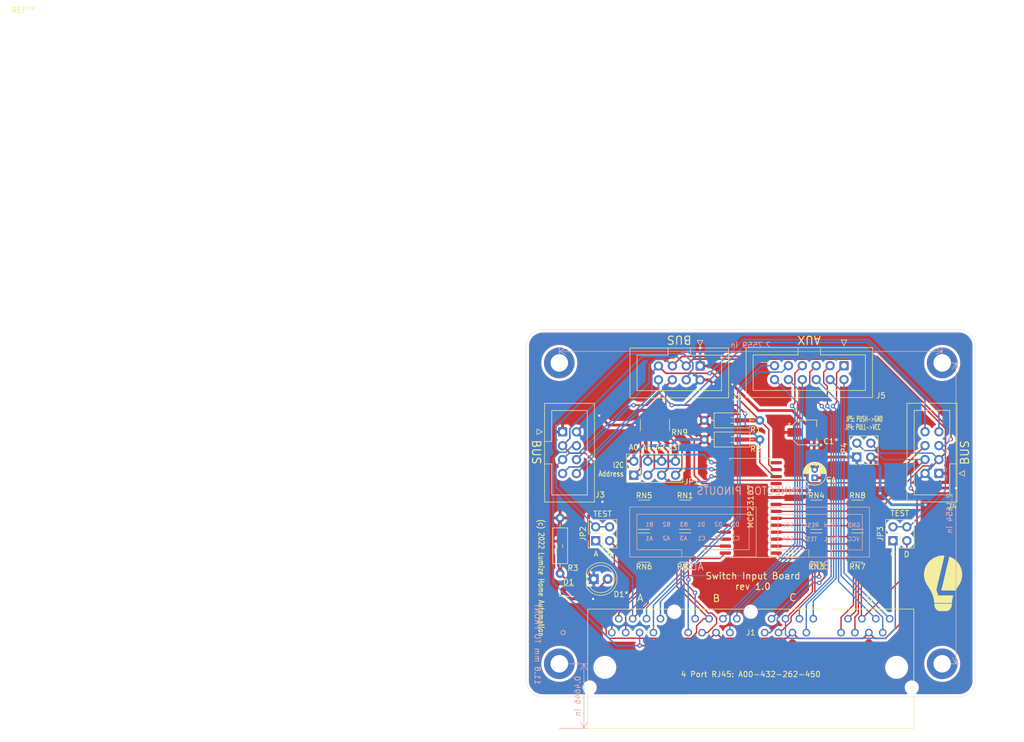
<source format=kicad_pcb>
(kicad_pcb (version 20171130) (host pcbnew 5.1.10)
  (layers (0 F.Cu signal) (31 B.Cu signal) (34 B.Paste user) (35 F.Paste user) (36 B.SilkS user) (37 F.SilkS user) (38 B.Mask user) (39 F.Mask user) (44 Edge.Cuts user))
  (net 0 "")
  (net 1 ASW1)
  (net 2 ASW2)
  (net 3 ASW3)
  (net 4 ASW4)
  (net 5 PUSH)
  (net 6 AAUX1)
  (net 7 AAUX2)
  (net 8 AAUX3)
  (net 9 BSW1)
  (net 10 BSW2)
  (net 11 BSW3)
  (net 12 BSW4)
  (net 13 BAUX1)
  (net 14 BAUX2)
  (net 15 BAUX3)
  (net 16 CSW1)
  (net 17 CSW2)
  (net 18 CSW3)
  (net 19 CSW4)
  (net 20 CAUX1)
  (net 21 CAUX2)
  (net 22 CAUX3)
  (net 23 DSW1)
  (net 24 DSW2)
  (net 25 DSW3)
  (net 26 DSW4)
  (net 27 DAUX1)
  (net 28 DAUX2)
  (net 29 DAUX3)
  (net 30 VCC)
  (net 31 PULL)
  (net 32 TEST)
  (net 33 SDA)
  (net 34 GND)
  (net 35 RESET)
  (net 36 SCL)
  (net 37 A0)
  (net 38 A1)
  (net 39 A2)
  (net 40 "Net-(D1-Pad2)")
  (net 41 GPA1)
  (net 42 GPA0)
  (net 43 GPA3)
  (net 44 GPA2)
  (net 45 GPA5)
  (net 46 GPA4)
  (net 47 GPA7)
  (net 48 GPA6)
  (net 49 GPB2)
  (net 50 GPB3)
  (net 51 GPB0)
  (net 52 GPB1)
  (net 53 GPB5)
  (net 54 GPB4)
  (net 55 GPB7)
  (net 56 GPB6)
  (net 57 "Net-(U1-Pad11)")
  (net 58 "Net-(U1-Pad14)")
  (net 59 "Net-(U1-Pad19)")
  (net 60 "Net-(U1-Pad20)")
  (net 61 "Net-(JP1-Pad7)")
  (module Connector_PinHeader_2.54mm:PinHeader_2x02_P2.54mm_Vertical (layer F.Cu) (at 152.4 82.2 90)
    (fp_text reference JP4 (at 1.27 -2.33 90) (layer F.SilkS))
    (fp_text value Jumper_2X)
    (pad 4 thru_hole oval (at 2.54 2.54 90) (size 1.7 1.7) (drill 1) (layers *.Cu *.Mask) (net 31 PULL))
    (pad 3 thru_hole oval (at 0 2.54 90) (size 1.7 1.7) (drill 1) (layers *.Cu *.Mask) (net 30 VCC))
    (pad 2 thru_hole oval (at 2.54 0 90) (size 1.7 1.7) (drill 1) (layers *.Cu *.Mask) (net 5 PUSH))
    (pad 1 thru_hole rect (at 0 0 90) (size 1.7 1.7) (drill 1) (layers *.Cu *.Mask) (net 34 GND))
  )
  (module A00-432-262-450:A00-432-262-450 (layer F.Cu) (at 107.6 114.3)
    (fp_text reference J1 (at 25.4 0) (layer F.SilkS))
    (fp_text value "4 Port RJ45: A00-432-262-450" (at 25.4 7.62) (layer F.SilkS))
    (fp_text user * (at 0 0) (layer F.SilkS))
    (pad 39 np_thru_hole circle (at 54.8386 10.033 90) (size 1.6002 1.6002) (drill 1.6002) (layers *.Cu *.Mask))
    (pad 38 np_thru_hole circle (at -4.0386 10.033 90) (size 1.6002 1.6002) (drill 1.6002) (layers *.Cu *.Mask))
    (pad 37 np_thru_hole circle (at 52.07 6.35 90) (size 3.2004 3.2004) (drill 3.2004) (layers *.Cu *.Mask))
    (pad 36 np_thru_hole circle (at -1.27 6.35 90) (size 3.2004 3.2004) (drill 3.2004) (layers *.Cu *.Mask))
    (pad 35 np_thru_hole circle (at 39.37 -3.81 90) (size 1.6002 1.6002) (drill 1.6002) (layers *.Cu *.Mask))
    (pad 34 np_thru_hole circle (at 25.4 -3.81 90) (size 1.6002 1.6002) (drill 1.6002) (layers *.Cu *.Mask))
    (pad 33 np_thru_hole circle (at 11.43 -3.81 90) (size 1.6002 1.6002) (drill 1.6002) (layers *.Cu *.Mask))
    (pad D8 thru_hole circle (at 50.8 -2.54) (size 1.397 1.397) (drill 0.889) (layers *.Cu *.Mask) (net 29 DAUX3))
    (pad D7 thru_hole circle (at 49.53 0) (size 1.397 1.397) (drill 0.889) (layers *.Cu *.Mask) (net 28 DAUX2))
    (pad D6 thru_hole circle (at 48.26 -2.54) (size 1.397 1.397) (drill 0.889) (layers *.Cu *.Mask) (net 27 DAUX1))
    (pad D5 thru_hole circle (at 46.99 0) (size 1.397 1.397) (drill 0.889) (layers *.Cu *.Mask) (net 5 PUSH))
    (pad D4 thru_hole circle (at 45.72 -2.54) (size 1.397 1.397) (drill 0.889) (layers *.Cu *.Mask) (net 26 DSW4))
    (pad D3 thru_hole circle (at 44.45 0) (size 1.397 1.397) (drill 0.889) (layers *.Cu *.Mask) (net 25 DSW3))
    (pad D2 thru_hole circle (at 43.18 -2.54) (size 1.397 1.397) (drill 0.889) (layers *.Cu *.Mask) (net 24 DSW2))
    (pad D1 thru_hole circle (at 41.91 0) (size 1.397 1.397) (drill 0.889) (layers *.Cu *.Mask) (net 23 DSW1))
    (pad C8 thru_hole circle (at 36.83 -2.54) (size 1.397 1.397) (drill 0.889) (layers *.Cu *.Mask) (net 22 CAUX3))
    (pad C7 thru_hole circle (at 35.56 0) (size 1.397 1.397) (drill 0.889) (layers *.Cu *.Mask) (net 21 CAUX2))
    (pad C6 thru_hole circle (at 34.29 -2.54) (size 1.397 1.397) (drill 0.889) (layers *.Cu *.Mask) (net 20 CAUX1))
    (pad C5 thru_hole circle (at 33.02 0) (size 1.397 1.397) (drill 0.889) (layers *.Cu *.Mask) (net 5 PUSH))
    (pad C4 thru_hole circle (at 31.75 -2.54) (size 1.397 1.397) (drill 0.889) (layers *.Cu *.Mask) (net 19 CSW4))
    (pad C3 thru_hole circle (at 30.48 0) (size 1.397 1.397) (drill 0.889) (layers *.Cu *.Mask) (net 18 CSW3))
    (pad C2 thru_hole circle (at 29.21 -2.54) (size 1.397 1.397) (drill 0.889) (layers *.Cu *.Mask) (net 17 CSW2))
    (pad C1 thru_hole circle (at 27.94 0) (size 1.397 1.397) (drill 0.889) (layers *.Cu *.Mask) (net 16 CSW1))
    (pad B8 thru_hole circle (at 22.86 -2.54) (size 1.397 1.397) (drill 0.889) (layers *.Cu *.Mask) (net 15 BAUX3))
    (pad B7 thru_hole circle (at 21.59 0) (size 1.397 1.397) (drill 0.889) (layers *.Cu *.Mask) (net 14 BAUX2))
    (pad B6 thru_hole circle (at 20.32 -2.54) (size 1.397 1.397) (drill 0.889) (layers *.Cu *.Mask) (net 13 BAUX1))
    (pad B5 thru_hole circle (at 19.05 0) (size 1.397 1.397) (drill 0.889) (layers *.Cu *.Mask) (net 5 PUSH))
    (pad B4 thru_hole circle (at 17.78 -2.54) (size 1.397 1.397) (drill 0.889) (layers *.Cu *.Mask) (net 12 BSW4))
    (pad B3 thru_hole circle (at 16.51 0) (size 1.397 1.397) (drill 0.889) (layers *.Cu *.Mask) (net 11 BSW3))
    (pad B2 thru_hole circle (at 15.24 -2.54) (size 1.397 1.397) (drill 0.889) (layers *.Cu *.Mask) (net 10 BSW2))
    (pad B1 thru_hole circle (at 13.97 0) (size 1.397 1.397) (drill 0.889) (layers *.Cu *.Mask) (net 9 BSW1))
    (pad A8 thru_hole circle (at 8.89 -2.54) (size 1.397 1.397) (drill 0.889) (layers *.Cu *.Mask) (net 8 AAUX3))
    (pad A7 thru_hole circle (at 7.62 0) (size 1.397 1.397) (drill 0.889) (layers *.Cu *.Mask) (net 7 AAUX2))
    (pad A6 thru_hole circle (at 6.35 -2.54) (size 1.397 1.397) (drill 0.889) (layers *.Cu *.Mask) (net 6 AAUX1))
    (pad A5 thru_hole circle (at 5.08 0) (size 1.397 1.397) (drill 0.889) (layers *.Cu *.Mask) (net 5 PUSH))
    (pad A4 thru_hole circle (at 3.81 -2.54) (size 1.397 1.397) (drill 0.889) (layers *.Cu *.Mask) (net 4 ASW4))
    (pad A3 thru_hole circle (at 2.54 0) (size 1.397 1.397) (drill 0.889) (layers *.Cu *.Mask) (net 3 ASW3))
    (pad A2 thru_hole circle (at 1.27 -2.54) (size 1.397 1.397) (drill 0.889) (layers *.Cu *.Mask) (net 2 ASW2))
    (pad A1 thru_hole circle (at 0 0) (size 1.397 1.397) (drill 0.889) (layers *.Cu *.Mask) (net 1 ASW1))
  )
  (module Connector_PinHeader_2.54mm:PinHeader_2x04_P2.54mm_Vertical (layer F.Cu) (at 111.63 85.51 90)
    (fp_text reference JP1 (at -1.19 10.57 180) (layer F.SilkS))
    (fp_text value Jumper_4X)
    (pad 8 thru_hole oval (at 2.54 7.62 90) (size 1.7 1.7) (drill 1) (layers *.Cu *.Mask) (net 30 VCC))
    (pad 7 thru_hole oval (at 0 7.62 90) (size 1.7 1.7) (drill 1) (layers *.Cu *.Mask) (net 61 "Net-(JP1-Pad7)"))
    (pad 6 thru_hole oval (at 2.54 5.08 90) (size 1.7 1.7) (drill 1) (layers *.Cu *.Mask) (net 30 VCC))
    (pad 5 thru_hole oval (at 0 5.08 90) (size 1.7 1.7) (drill 1) (layers *.Cu *.Mask) (net 39 A2))
    (pad 4 thru_hole oval (at 2.54 2.54 90) (size 1.7 1.7) (drill 1) (layers *.Cu *.Mask) (net 30 VCC))
    (pad 3 thru_hole oval (at 0 2.54 90) (size 1.7 1.7) (drill 1) (layers *.Cu *.Mask) (net 38 A1))
    (pad 2 thru_hole oval (at 2.54 0 90) (size 1.7 1.7) (drill 1) (layers *.Cu *.Mask) (net 30 VCC))
    (pad 1 thru_hole rect (at 0 0 90) (size 1.7 1.7) (drill 1) (layers *.Cu *.Mask) (net 37 A0))
  )
  (module Connector_PinHeader_2.54mm:PinHeader_2x02_P2.54mm_Vertical (layer F.Cu) (at 159 97.5 90)
    (fp_text reference JP3 (at 1.27 -2.33 90) (layer F.SilkS))
    (fp_text value Jumper_2X)
    (pad 4 thru_hole oval (at 2.54 2.54 90) (size 1.7 1.7) (drill 1) (layers *.Cu *.Mask) (net 32 TEST))
    (pad 3 thru_hole oval (at 0 2.54 90) (size 1.7 1.7) (drill 1) (layers *.Cu *.Mask) (net 26 DSW4))
    (pad 2 thru_hole oval (at 2.54 0 90) (size 1.7 1.7) (drill 1) (layers *.Cu *.Mask) (net 32 TEST))
    (pad 1 thru_hole rect (at 0 0 90) (size 1.7 1.7) (drill 1) (layers *.Cu *.Mask) (net 19 CSW4))
  )
  (module Connector_PinHeader_2.54mm:PinHeader_2x02_P2.54mm_Vertical (layer F.Cu) (at 104.65 97.5 90)
    (fp_text reference JP2 (at 1.27 -2.33 90) (layer F.SilkS))
    (fp_text value Jumper_2X)
    (pad 4 thru_hole oval (at 2.54 2.54 90) (size 1.7 1.7) (drill 1) (layers *.Cu *.Mask) (net 32 TEST))
    (pad 3 thru_hole oval (at 0 2.54 90) (size 1.7 1.7) (drill 1) (layers *.Cu *.Mask) (net 12 BSW4))
    (pad 2 thru_hole oval (at 2.54 0 90) (size 1.7 1.7) (drill 1) (layers *.Cu *.Mask) (net 32 TEST))
    (pad 1 thru_hole rect (at 0 0 90) (size 1.7 1.7) (drill 1) (layers *.Cu *.Mask) (net 4 ASW4))
  )
  (module Logo:Aux_Pinout (layer F.Cu) (at 114.44 94.53)
    (fp_text reference REF** hide)
    (fp_text value Aux_Pinout)
    (fp_text user C2 (at 12.694 2.54 180) (layer B.SilkS) (effects (font (size 0.75 0.75) (thickness 0.125)) (justify mirror)))
    (fp_text user C3 (at 15.838 2.54 180) (layer B.SilkS) (effects (font (size 0.75 0.75) (thickness 0.125)) (justify mirror)))
    (fp_text user C1 (at 9.55 2.54 180) (layer B.SilkS) (effects (font (size 0.75 0.75) (thickness 0.125)) (justify mirror)))
    (fp_text user B1 (at 0.05 0 180) (layer B.SilkS) (effects (font (size 0.75 0.75) (thickness 0.125)) (justify mirror)))
    (fp_text user B2 (at 3.194 0 180) (layer B.SilkS) (effects (font (size 0.75 0.75) (thickness 0.125)) (justify mirror)))
    (fp_text user B3 (at 6.338 0 180) (layer B.SilkS) (effects (font (size 0.75 0.75) (thickness 0.125)) (justify mirror)))
    (fp_text user D1 (at 9.482 0 180) (layer B.SilkS) (effects (font (size 0.75 0.75) (thickness 0.125)) (justify mirror)))
    (fp_text user A1 (at -0.018 2.54 180) (layer B.SilkS) (effects (font (size 0.75 0.75) (thickness 0.125)) (justify mirror)))
    (fp_text user D2 (at 12.626 0 180) (layer B.SilkS) (effects (font (size 0.75 0.75) (thickness 0.125)) (justify mirror)))
    (fp_text user A2 (at 3.126 2.54 180) (layer B.SilkS) (effects (font (size 0.75 0.75) (thickness 0.125)) (justify mirror)))
    (fp_text user D3 (at 15.77 0 180) (layer B.SilkS) (effects (font (size 0.75 0.75) (thickness 0.125)) (justify mirror)))
    (fp_text user A3 (at 6.27 2.54 180) (layer B.SilkS) (effects (font (size 0.75 0.75) (thickness 0.125)) (justify mirror)))
  )
  (module Logo:Bus_Pinout (layer F.Cu) (at 141.86 97.19 90)
    (fp_text reference REF** hide)
    (fp_text value Bus_Pinout)
    (fp_text user VCC (at 0 10 unlocked) (layer B.SilkS) (effects (font (size 0.75 0.75) (thickness 0.125)) (justify mirror)))
    (fp_text user PULL (at 0 5.9 180) (layer B.SilkS) (effects (font (size 0.75 0.75) (thickness 0.125)) (justify mirror)))
    (fp_text user TEST (at 0 2 180) (layer B.SilkS) (effects (font (size 0.75 0.75) (thickness 0.125)) (justify mirror)))
    (fp_text user SDA (at 0 -2 180) (layer B.SilkS) (effects (font (size 0.75 0.75) (thickness 0.125)) (justify mirror)))
    (fp_text user SCL (at 2.54 -2 180) (layer B.SilkS) (effects (font (size 0.75 0.75) (thickness 0.125)) (justify mirror)))
    (fp_text user RESET (at 2.54 1.9 180) (layer B.SilkS) (effects (font (size 0.75 0.75) (thickness 0.125)) (justify mirror)))
    (fp_text user PUSH (at 2.54 6 180) (layer B.SilkS) (effects (font (size 0.75 0.75) (thickness 0.125)) (justify mirror)))
    (fp_text user GND (at 2.54 10 180) (layer B.SilkS) (effects (font (size 0.75 0.75) (thickness 0.125)) (justify mirror)))
  )
  (module Bus_Pinout (layer F.Cu) (at 0 0)
    (fp_text reference REF** (at 0 0.5) (layer F.SilkS))
    (fp_text value Bus_Pinout)
  )
  (module Logo:Lumize_Logo (layer F.Cu) (at 168.16 105.29)
    (fp_text reference G*** hide)
    (fp_text value LOGO hide)
  )
  (module Resistor_SMD:R_0603_1608Metric_Pad0.98x0.95mm_HandSolder (layer F.Cu) (at 129.6 79)
    (fp_text reference REF** hide)
    (fp_text value R_0603_1608Metric_Pad0.98x0.95mm_HandSolder)
    (pad 1 smd roundrect (at -0.9125 0) (size 0.975 0.95) (layers F.Cu F.Paste F.Mask) (net 30 VCC))
    (pad 2 smd roundrect (at 0.9125 0) (size 0.975 0.95) (layers F.Cu F.Paste F.Mask) (net 36 SCL))
  )
  (module Resistor_SMD:R_0603_1608Metric_Pad0.98x0.95mm_HandSolder (layer F.Cu) (at 129.6 75.5)
    (fp_text reference REF** hide)
    (fp_text value R_0603_1608Metric_Pad0.98x0.95mm_HandSolder)
    (pad 1 smd roundrect (at -0.9125 0) (size 0.975 0.95) (layers F.Cu F.Paste F.Mask) (net 30 VCC))
    (pad 2 smd roundrect (at 0.9125 0) (size 0.975 0.95) (layers F.Cu F.Paste F.Mask) (net 33 SDA))
  )
  (module Capacitor_SMD:CP_Elec_4x5.8 (layer F.Cu) (at 142.8 77.7)
    (fp_text reference C1* (at 4.86 1.64) (layer F.SilkS))
    (fp_text value CP_Elec_4x5.8)
    (pad 2 smd roundrect (at 1.8 0) (size 2.6 1.6) (layers F.Cu F.Paste F.Mask) (roundrect_rratio 0.156) (net 34 GND))
    (pad 1 smd roundrect (at -1.8 0) (size 2.6 1.6) (layers F.Cu F.Paste F.Mask) (roundrect_rratio 0.156) (net 30 VCC))
  )
  (module LED_THT:LED_D5.0mm (layer F.Cu) (at 104.3 104.5)
    (fp_text reference D1* (at 5 2.8) (layer F.SilkS))
    (fp_text value LED_D5.0mm)
    (pad 2 thru_hole circle (at 2.54 0) (size 1.8 1.8) (drill 0.9) (layers *.Cu *.Mask) (net 40 "Net-(D1-Pad2)"))
    (pad 1 thru_hole rect (at 0 0) (size 1.8 1.8) (drill 0.9) (layers *.Cu *.Mask) (net 34 GND))
  )
  (module Resistor_SMD:R_0603_1608Metric_Pad0.98x0.95mm_HandSolder (layer F.Cu) (at 98.1 98.5 90)
    (fp_text reference REF** hide)
    (fp_text value R_0603_1608Metric_Pad0.98x0.95mm_HandSolder)
    (pad 2 smd roundrect (at 0.9125 0 90) (size 0.975 0.95) (layers F.Cu F.Paste F.Mask) (net 30 VCC))
    (pad 1 smd roundrect (at -0.9125 0 90) (size 0.975 0.95) (layers F.Cu F.Paste F.Mask) (net 40 "Net-(D1-Pad2)"))
  )
  (module LED_SMD:LED_0805_2012Metric (layer F.Cu) (at 99.7 106.7)
    (fp_text reference D1 (at 0 -1.65) (layer F.SilkS))
    (fp_text value LED)
    (pad 2 smd roundrect (at 0.9375 0) (size 0.975 1.4) (layers F.Cu F.Paste F.Mask) (net 40 "Net-(D1-Pad2)"))
    (pad 1 smd roundrect (at -0.9375 0) (size 0.975 1.4) (layers F.Cu F.Paste F.Mask) (net 34 GND))
  )
  (module Capacitor_THT:CP_Radial_D4.0mm_P1.50mm (layer F.Cu) (at 144.7 86 90)
    (fp_text reference C1 (at -0.41 3.03 180) (layer F.SilkS))
    (fp_text value 10uF)
    (pad 1 thru_hole rect (at 0 0 90) (size 1.2 1.2) (drill 0.6) (layers *.Cu *.Mask) (net 30 VCC))
    (pad 2 thru_hole circle (at 1.5 0 90) (size 1.2 1.2) (drill 0.6) (layers *.Cu *.Mask) (net 34 GND))
  )
  (module MountingHole:MountingHole_3.2mm_M3_DIN965_Pad (layer F.Cu) (at 168 65)
    (fp_text reference REF** hide)
    (fp_text value MountingHole_3.2mm_M3_DIN965_Pad)
    (pad 1 thru_hole circle (at 0 0) (size 5.6 5.6) (drill 3.2) (layers *.Cu *.Mask))
  )
  (module MountingHole:MountingHole_3.2mm_M3_DIN965_Pad (layer F.Cu) (at 98 65)
    (fp_text reference REF** hide)
    (fp_text value MountingHole_3.2mm_M3_DIN965_Pad)
    (pad 1 thru_hole circle (at 0 0) (size 5.6 5.6) (drill 3.2) (layers *.Cu *.Mask))
  )
  (module MountingHole:MountingHole_3.2mm_M3_DIN965_Pad (layer F.Cu) (at 98 120)
    (fp_text reference REF** hide)
    (fp_text value MountingHole_3.2mm_M3_DIN965_Pad)
    (pad 1 thru_hole circle (at 0 0) (size 5.6 5.6) (drill 3.2) (layers *.Cu *.Mask))
  )
  (module MountingHole:MountingHole_3.2mm_M3_DIN965_Pad (layer F.Cu) (at 168 120)
    (fp_text reference REF** hide)
    (fp_text value MountingHole_3.2mm_M3_DIN965_Pad)
    (pad 1 thru_hole circle (at 0 0) (size 5.6 5.6) (drill 3.2) (layers *.Cu *.Mask))
  )
  (module Connector_IDC:IDC-Header_2x04_P2.54mm_Vertical (layer F.Cu) (at 123.75 65.55 270)
    (fp_text reference J2 (at 5.74 -6.7 180) (layer F.SilkS))
    (fp_text value IDC_02x04)
    (pad 8 thru_hole circle (at 2.54 7.62 270) (size 1.7 1.7) (drill 1) (layers *.Cu *.Mask) (net 36 SCL))
    (pad 6 thru_hole circle (at 2.54 5.08 270) (size 1.7 1.7) (drill 1) (layers *.Cu *.Mask) (net 35 RESET))
    (pad 4 thru_hole circle (at 2.54 2.54 270) (size 1.7 1.7) (drill 1) (layers *.Cu *.Mask) (net 5 PUSH))
    (pad 2 thru_hole circle (at 2.54 0 270) (size 1.7 1.7) (drill 1) (layers *.Cu *.Mask) (net 34 GND))
    (pad 7 thru_hole circle (at 0 7.62 270) (size 1.7 1.7) (drill 1) (layers *.Cu *.Mask) (net 33 SDA))
    (pad 5 thru_hole circle (at 0 5.08 270) (size 1.7 1.7) (drill 1) (layers *.Cu *.Mask) (net 32 TEST))
    (pad 3 thru_hole circle (at 0 2.54 270) (size 1.7 1.7) (drill 1) (layers *.Cu *.Mask) (net 31 PULL))
    (pad 1 thru_hole roundrect (at 0 0 270) (size 1.7 1.7) (drill 1) (layers *.Cu *.Mask) (roundrect_rratio 0.1470588235294118) (net 30 VCC))
  )
  (module Connector_IDC:IDC-Header_2x04_P2.54mm_Vertical (layer F.Cu) (at 98.6 77.6)
    (fp_text reference J3 (at 6.86 11.5) (layer F.SilkS))
    (fp_text value IDC_02x04)
    (pad 1 thru_hole roundrect (at 0 0) (size 1.7 1.7) (drill 1) (layers *.Cu *.Mask) (roundrect_rratio 0.1470588235294118) (net 30 VCC))
    (pad 3 thru_hole circle (at 0 2.54) (size 1.7 1.7) (drill 1) (layers *.Cu *.Mask) (net 31 PULL))
    (pad 5 thru_hole circle (at 0 5.08) (size 1.7 1.7) (drill 1) (layers *.Cu *.Mask) (net 32 TEST))
    (pad 7 thru_hole circle (at 0 7.62) (size 1.7 1.7) (drill 1) (layers *.Cu *.Mask) (net 33 SDA))
    (pad 2 thru_hole circle (at 2.54 0) (size 1.7 1.7) (drill 1) (layers *.Cu *.Mask) (net 34 GND))
    (pad 4 thru_hole circle (at 2.54 2.54) (size 1.7 1.7) (drill 1) (layers *.Cu *.Mask) (net 5 PUSH))
    (pad 6 thru_hole circle (at 2.54 5.08) (size 1.7 1.7) (drill 1) (layers *.Cu *.Mask) (net 35 RESET))
    (pad 8 thru_hole circle (at 2.54 7.62) (size 1.7 1.7) (drill 1) (layers *.Cu *.Mask) (net 36 SCL))
  )
  (module Connector_IDC:IDC-Header_2x04_P2.54mm_Vertical (layer F.Cu) (at 167.4 85.2 180)
    (fp_text reference J4 (at -2.48 -6.05) (layer F.SilkS))
    (fp_text value IDC_02x04)
    (pad 8 thru_hole circle (at 2.54 7.62 180) (size 1.7 1.7) (drill 1) (layers *.Cu *.Mask) (net 36 SCL))
    (pad 6 thru_hole circle (at 2.54 5.08 180) (size 1.7 1.7) (drill 1) (layers *.Cu *.Mask) (net 35 RESET))
    (pad 4 thru_hole circle (at 2.54 2.54 180) (size 1.7 1.7) (drill 1) (layers *.Cu *.Mask) (net 5 PUSH))
    (pad 2 thru_hole circle (at 2.54 0 180) (size 1.7 1.7) (drill 1) (layers *.Cu *.Mask) (net 34 GND))
    (pad 7 thru_hole circle (at 0 7.62 180) (size 1.7 1.7) (drill 1) (layers *.Cu *.Mask) (net 33 SDA))
    (pad 5 thru_hole circle (at 0 5.08 180) (size 1.7 1.7) (drill 1) (layers *.Cu *.Mask) (net 32 TEST))
    (pad 3 thru_hole circle (at 0 2.54 180) (size 1.7 1.7) (drill 1) (layers *.Cu *.Mask) (net 31 PULL))
    (pad 1 thru_hole roundrect (at 0 0 180) (size 1.7 1.7) (drill 1) (layers *.Cu *.Mask) (roundrect_rratio 0.1470588235294118) (net 30 VCC))
  )
  (module Connector_IDC:IDC-Header_2x06_P2.54mm_Vertical (layer F.Cu) (at 150.05 65.5 270)
    (fp_text reference J5 (at 5.47 -6.73 180) (layer F.SilkS))
    (fp_text value IDC_02x06)
    (pad 12 thru_hole circle (at 2.54 12.7 270) (size 1.7 1.7) (drill 1) (layers *.Cu *.Mask) (net 13 BAUX1))
    (pad 10 thru_hole circle (at 2.54 10.16 270) (size 1.7 1.7) (drill 1) (layers *.Cu *.Mask) (net 14 BAUX2))
    (pad 8 thru_hole circle (at 2.54 7.62 270) (size 1.7 1.7) (drill 1) (layers *.Cu *.Mask) (net 15 BAUX3))
    (pad 6 thru_hole circle (at 2.54 5.08 270) (size 1.7 1.7) (drill 1) (layers *.Cu *.Mask) (net 27 DAUX1))
    (pad 4 thru_hole circle (at 2.54 2.54 270) (size 1.7 1.7) (drill 1) (layers *.Cu *.Mask) (net 28 DAUX2))
    (pad 2 thru_hole circle (at 2.54 0 270) (size 1.7 1.7) (drill 1) (layers *.Cu *.Mask) (net 29 DAUX3))
    (pad 11 thru_hole circle (at 0 12.7 270) (size 1.7 1.7) (drill 1) (layers *.Cu *.Mask) (net 6 AAUX1))
    (pad 9 thru_hole circle (at 0 10.16 270) (size 1.7 1.7) (drill 1) (layers *.Cu *.Mask) (net 7 AAUX2))
    (pad 7 thru_hole circle (at 0 7.62 270) (size 1.7 1.7) (drill 1) (layers *.Cu *.Mask) (net 8 AAUX3))
    (pad 5 thru_hole circle (at 0 5.08 270) (size 1.7 1.7) (drill 1) (layers *.Cu *.Mask) (net 20 CAUX1))
    (pad 3 thru_hole circle (at 0 2.54 270) (size 1.7 1.7) (drill 1) (layers *.Cu *.Mask) (net 21 CAUX2))
    (pad 1 thru_hole roundrect (at 0 0 270) (size 1.7 1.7) (drill 1) (layers *.Cu *.Mask) (roundrect_rratio 0.1470588235294118) (net 22 CAUX3))
  )
  (module Resistor_THT:R_Axial_DIN0207_L6.3mm_D2.5mm_P10.16mm_Horizontal (layer F.Cu) (at 124.5 75.5)
    (fp_text reference R1 (at 9.4 1.7) (layer F.SilkS))
    (fp_text value 4.7K)
    (pad 2 thru_hole oval (at 10.16 0) (size 1.6 1.6) (drill 0.8) (layers *.Cu *.Mask) (net 33 SDA))
    (pad 1 thru_hole circle (at 0 0) (size 1.6 1.6) (drill 0.8) (layers *.Cu *.Mask) (net 30 VCC))
  )
  (module Resistor_THT:R_Axial_DIN0207_L6.3mm_D2.5mm_P10.16mm_Horizontal (layer F.Cu) (at 124.5 79)
    (fp_text reference R2 (at 9.4 1.7) (layer F.SilkS))
    (fp_text value 4.7K)
    (pad 1 thru_hole circle (at 0 0) (size 1.6 1.6) (drill 0.8) (layers *.Cu *.Mask) (net 30 VCC))
    (pad 2 thru_hole oval (at 10.16 0) (size 1.6 1.6) (drill 0.8) (layers *.Cu *.Mask) (net 36 SCL))
  )
  (module Resistor_THT:R_Axial_DIN0207_L6.3mm_D2.5mm_P10.16mm_Horizontal (layer F.Cu) (at 98.15 103.5 90)
    (fp_text reference R3 (at 1 2.35 180) (layer F.SilkS))
    (fp_text value 220)
    (pad 2 thru_hole oval (at 10.16 0 90) (size 1.6 1.6) (drill 0.8) (layers *.Cu *.Mask) (net 30 VCC))
    (pad 1 thru_hole circle (at 0 0 90) (size 1.6 1.6) (drill 0.8) (layers *.Cu *.Mask) (net 40 "Net-(D1-Pad2)"))
  )
  (module Resistor_SMD:R_Array_Convex_4x1206 (layer F.Cu) (at 121 92.75)
    (fp_text reference RN1 (at 0 -3.5) (layer F.SilkS))
    (fp_text value 4x1K)
    (pad 1 smd rect (at -1.5 -2) (size 0.9 0.9) (layers F.Cu F.Paste F.Mask) (net 1 ASW1))
    (pad 4 smd rect (at -1.5 2) (size 0.9 0.9) (layers F.Cu F.Paste F.Mask) (net 4 ASW4))
    (pad 2 smd rect (at -1.5 -0.66) (size 0.9 0.9) (layers F.Cu F.Paste F.Mask) (net 2 ASW2))
    (pad 3 smd rect (at -1.5 0.66) (size 0.9 0.9) (layers F.Cu F.Paste F.Mask) (net 3 ASW3))
    (pad 7 smd rect (at 1.5 -0.66) (size 0.9 0.9) (layers F.Cu F.Paste F.Mask) (net 41 GPA1))
    (pad 8 smd rect (at 1.5 -2) (size 0.9 0.9) (layers F.Cu F.Paste F.Mask) (net 42 GPA0))
    (pad 5 smd rect (at 1.5 2) (size 0.9 0.9) (layers F.Cu F.Paste F.Mask) (net 43 GPA3))
    (pad 6 smd rect (at 1.5 0.66) (size 0.9 0.9) (layers F.Cu F.Paste F.Mask) (net 44 GPA2))
  )
  (module Resistor_SMD:R_Array_Convex_4x1206 (layer F.Cu) (at 121 98.75)
    (fp_text reference RN2 (at 0 3.5) (layer F.SilkS))
    (fp_text value 4x1K)
    (pad 1 smd rect (at -1.5 -2) (size 0.9 0.9) (layers F.Cu F.Paste F.Mask) (net 9 BSW1))
    (pad 4 smd rect (at -1.5 2) (size 0.9 0.9) (layers F.Cu F.Paste F.Mask) (net 12 BSW4))
    (pad 2 smd rect (at -1.5 -0.66) (size 0.9 0.9) (layers F.Cu F.Paste F.Mask) (net 10 BSW2))
    (pad 3 smd rect (at -1.5 0.66) (size 0.9 0.9) (layers F.Cu F.Paste F.Mask) (net 11 BSW3))
    (pad 7 smd rect (at 1.5 -0.66) (size 0.9 0.9) (layers F.Cu F.Paste F.Mask) (net 45 GPA5))
    (pad 8 smd rect (at 1.5 -2) (size 0.9 0.9) (layers F.Cu F.Paste F.Mask) (net 46 GPA4))
    (pad 5 smd rect (at 1.5 2) (size 0.9 0.9) (layers F.Cu F.Paste F.Mask) (net 47 GPA7))
    (pad 6 smd rect (at 1.5 0.66) (size 0.9 0.9) (layers F.Cu F.Paste F.Mask) (net 48 GPA6))
  )
  (module Resistor_SMD:R_Array_Convex_4x1206 (layer F.Cu) (at 145 98.75 180)
    (fp_text reference RN3 (at 0 -3.5) (layer F.SilkS))
    (fp_text value 4x1K)
    (pad 6 smd rect (at 1.5 0.66 180) (size 0.9 0.9) (layers F.Cu F.Paste F.Mask) (net 49 GPB2))
    (pad 5 smd rect (at 1.5 2 180) (size 0.9 0.9) (layers F.Cu F.Paste F.Mask) (net 50 GPB3))
    (pad 8 smd rect (at 1.5 -2 180) (size 0.9 0.9) (layers F.Cu F.Paste F.Mask) (net 51 GPB0))
    (pad 7 smd rect (at 1.5 -0.66 180) (size 0.9 0.9) (layers F.Cu F.Paste F.Mask) (net 52 GPB1))
    (pad 3 smd rect (at -1.5 0.66 180) (size 0.9 0.9) (layers F.Cu F.Paste F.Mask) (net 18 CSW3))
    (pad 2 smd rect (at -1.5 -0.66 180) (size 0.9 0.9) (layers F.Cu F.Paste F.Mask) (net 17 CSW2))
    (pad 4 smd rect (at -1.5 2 180) (size 0.9 0.9) (layers F.Cu F.Paste F.Mask) (net 19 CSW4))
    (pad 1 smd rect (at -1.5 -2 180) (size 0.9 0.9) (layers F.Cu F.Paste F.Mask) (net 16 CSW1))
  )
  (module Resistor_SMD:R_Array_Convex_4x1206 (layer F.Cu) (at 145 92.75 180)
    (fp_text reference RN4 (at 0 3.5) (layer F.SilkS))
    (fp_text value 4x1K)
    (pad 1 smd rect (at -1.5 -2 180) (size 0.9 0.9) (layers F.Cu F.Paste F.Mask) (net 23 DSW1))
    (pad 4 smd rect (at -1.5 2 180) (size 0.9 0.9) (layers F.Cu F.Paste F.Mask) (net 26 DSW4))
    (pad 2 smd rect (at -1.5 -0.66 180) (size 0.9 0.9) (layers F.Cu F.Paste F.Mask) (net 24 DSW2))
    (pad 3 smd rect (at -1.5 0.66 180) (size 0.9 0.9) (layers F.Cu F.Paste F.Mask) (net 25 DSW3))
    (pad 7 smd rect (at 1.5 -0.66 180) (size 0.9 0.9) (layers F.Cu F.Paste F.Mask) (net 53 GPB5))
    (pad 8 smd rect (at 1.5 -2 180) (size 0.9 0.9) (layers F.Cu F.Paste F.Mask) (net 54 GPB4))
    (pad 5 smd rect (at 1.5 2 180) (size 0.9 0.9) (layers F.Cu F.Paste F.Mask) (net 55 GPB7))
    (pad 6 smd rect (at 1.5 0.66 180) (size 0.9 0.9) (layers F.Cu F.Paste F.Mask) (net 56 GPB6))
  )
  (module Resistor_SMD:R_Array_Convex_4x1206 (layer F.Cu) (at 113.5 92.75 180)
    (fp_text reference RN5 (at 0 3.5) (layer F.SilkS))
    (fp_text value 4x10K)
    (pad 1 smd rect (at -1.5 -2 180) (size 0.9 0.9) (layers F.Cu F.Paste F.Mask) (net 4 ASW4))
    (pad 4 smd rect (at -1.5 2 180) (size 0.9 0.9) (layers F.Cu F.Paste F.Mask) (net 1 ASW1))
    (pad 2 smd rect (at -1.5 -0.66 180) (size 0.9 0.9) (layers F.Cu F.Paste F.Mask) (net 3 ASW3))
    (pad 3 smd rect (at -1.5 0.66 180) (size 0.9 0.9) (layers F.Cu F.Paste F.Mask) (net 2 ASW2))
    (pad 7 smd rect (at 1.5 -0.66 180) (size 0.9 0.9) (layers F.Cu F.Paste F.Mask) (net 31 PULL))
    (pad 8 smd rect (at 1.5 -2 180) (size 0.9 0.9) (layers F.Cu F.Paste F.Mask) (net 31 PULL))
    (pad 5 smd rect (at 1.5 2 180) (size 0.9 0.9) (layers F.Cu F.Paste F.Mask) (net 31 PULL))
    (pad 6 smd rect (at 1.5 0.66 180) (size 0.9 0.9) (layers F.Cu F.Paste F.Mask) (net 31 PULL))
  )
  (module Resistor_SMD:R_Array_Convex_4x1206 (layer F.Cu) (at 113.5 98.75 180)
    (fp_text reference RN6 (at 0 -3.5) (layer F.SilkS))
    (fp_text value 4x10K)
    (pad 6 smd rect (at 1.5 0.66 180) (size 0.9 0.9) (layers F.Cu F.Paste F.Mask) (net 31 PULL))
    (pad 5 smd rect (at 1.5 2 180) (size 0.9 0.9) (layers F.Cu F.Paste F.Mask) (net 31 PULL))
    (pad 8 smd rect (at 1.5 -2 180) (size 0.9 0.9) (layers F.Cu F.Paste F.Mask) (net 31 PULL))
    (pad 7 smd rect (at 1.5 -0.66 180) (size 0.9 0.9) (layers F.Cu F.Paste F.Mask) (net 31 PULL))
    (pad 3 smd rect (at -1.5 0.66 180) (size 0.9 0.9) (layers F.Cu F.Paste F.Mask) (net 10 BSW2))
    (pad 2 smd rect (at -1.5 -0.66 180) (size 0.9 0.9) (layers F.Cu F.Paste F.Mask) (net 11 BSW3))
    (pad 4 smd rect (at -1.5 2 180) (size 0.9 0.9) (layers F.Cu F.Paste F.Mask) (net 9 BSW1))
    (pad 1 smd rect (at -1.5 -2 180) (size 0.9 0.9) (layers F.Cu F.Paste F.Mask) (net 12 BSW4))
  )
  (module Resistor_SMD:R_Array_Convex_4x1206 (layer F.Cu) (at 152.5 98.75)
    (fp_text reference RN7 (at 0 3.5) (layer F.SilkS))
    (fp_text value 4x10K)
    (pad 1 smd rect (at -1.5 -2) (size 0.9 0.9) (layers F.Cu F.Paste F.Mask) (net 19 CSW4))
    (pad 4 smd rect (at -1.5 2) (size 0.9 0.9) (layers F.Cu F.Paste F.Mask) (net 16 CSW1))
    (pad 2 smd rect (at -1.5 -0.66) (size 0.9 0.9) (layers F.Cu F.Paste F.Mask) (net 18 CSW3))
    (pad 3 smd rect (at -1.5 0.66) (size 0.9 0.9) (layers F.Cu F.Paste F.Mask) (net 17 CSW2))
    (pad 7 smd rect (at 1.5 -0.66) (size 0.9 0.9) (layers F.Cu F.Paste F.Mask) (net 31 PULL))
    (pad 8 smd rect (at 1.5 -2) (size 0.9 0.9) (layers F.Cu F.Paste F.Mask) (net 31 PULL))
    (pad 5 smd rect (at 1.5 2) (size 0.9 0.9) (layers F.Cu F.Paste F.Mask) (net 31 PULL))
    (pad 6 smd rect (at 1.5 0.66) (size 0.9 0.9) (layers F.Cu F.Paste F.Mask) (net 31 PULL))
  )
  (module Resistor_SMD:R_Array_Convex_4x1206 (layer F.Cu) (at 152.5 92.75)
    (fp_text reference RN8 (at 0 -3.5) (layer F.SilkS))
    (fp_text value 4x10K)
    (pad 6 smd rect (at 1.5 0.66) (size 0.9 0.9) (layers F.Cu F.Paste F.Mask) (net 31 PULL))
    (pad 5 smd rect (at 1.5 2) (size 0.9 0.9) (layers F.Cu F.Paste F.Mask) (net 31 PULL))
    (pad 8 smd rect (at 1.5 -2) (size 0.9 0.9) (layers F.Cu F.Paste F.Mask) (net 31 PULL))
    (pad 7 smd rect (at 1.5 -0.66) (size 0.9 0.9) (layers F.Cu F.Paste F.Mask) (net 31 PULL))
    (pad 3 smd rect (at -1.5 0.66) (size 0.9 0.9) (layers F.Cu F.Paste F.Mask) (net 24 DSW2))
    (pad 2 smd rect (at -1.5 -0.66) (size 0.9 0.9) (layers F.Cu F.Paste F.Mask) (net 25 DSW3))
    (pad 4 smd rect (at -1.5 2) (size 0.9 0.9) (layers F.Cu F.Paste F.Mask) (net 23 DSW1))
    (pad 1 smd rect (at -1.5 -2) (size 0.9 0.9) (layers F.Cu F.Paste F.Mask) (net 26 DSW4))
  )
  (module Resistor_SMD:R_Array_Convex_4x1206 (layer F.Cu) (at 115.48 76.38 90)
    (fp_text reference RN9 (at -1.3 4.5 180) (layer F.SilkS))
    (fp_text value 4x10K)
    (pad 6 smd rect (at 1.5 0.66 90) (size 0.9 0.9) (layers F.Cu F.Paste F.Mask) (net 34 GND))
    (pad 5 smd rect (at 1.5 2 90) (size 0.9 0.9) (layers F.Cu F.Paste F.Mask) (net 35 RESET))
    (pad 8 smd rect (at 1.5 -2 90) (size 0.9 0.9) (layers F.Cu F.Paste F.Mask) (net 34 GND))
    (pad 7 smd rect (at 1.5 -0.66 90) (size 0.9 0.9) (layers F.Cu F.Paste F.Mask) (net 34 GND))
    (pad 3 smd rect (at -1.5 0.66 90) (size 0.9 0.9) (layers F.Cu F.Paste F.Mask) (net 39 A2))
    (pad 2 smd rect (at -1.5 -0.66 90) (size 0.9 0.9) (layers F.Cu F.Paste F.Mask) (net 38 A1))
    (pad 4 smd rect (at -1.5 2 90) (size 0.9 0.9) (layers F.Cu F.Paste F.Mask) (net 61 "Net-(JP1-Pad7)"))
    (pad 1 smd rect (at -1.5 -2 90) (size 0.9 0.9) (layers F.Cu F.Paste F.Mask) (net 37 A0))
  )
  (module Package_SO:SOIC-28W_7.5x17.9mm_P1.27mm (layer F.Cu) (at 133 91.5 180)
    (fp_text reference U1 (at -7.15 -8.64) (layer F.SilkS))
    (fp_text value MCP23017_SO)
    (pad 1 smd roundrect (at -4.65 -8.255 180) (size 2.05 0.6) (layers F.Cu F.Paste F.Mask) (net 51 GPB0))
    (pad 2 smd roundrect (at -4.65 -6.985 180) (size 2.05 0.6) (layers F.Cu F.Paste F.Mask) (net 52 GPB1))
    (pad 3 smd roundrect (at -4.65 -5.715 180) (size 2.05 0.6) (layers F.Cu F.Paste F.Mask) (net 49 GPB2))
    (pad 4 smd roundrect (at -4.65 -4.445 180) (size 2.05 0.6) (layers F.Cu F.Paste F.Mask) (net 50 GPB3))
    (pad 5 smd roundrect (at -4.65 -3.175 180) (size 2.05 0.6) (layers F.Cu F.Paste F.Mask) (net 54 GPB4))
    (pad 6 smd roundrect (at -4.65 -1.905 180) (size 2.05 0.6) (layers F.Cu F.Paste F.Mask) (net 53 GPB5))
    (pad 7 smd roundrect (at -4.65 -0.635 180) (size 2.05 0.6) (layers F.Cu F.Paste F.Mask) (net 56 GPB6))
    (pad 8 smd roundrect (at -4.65 0.635 180) (size 2.05 0.6) (layers F.Cu F.Paste F.Mask) (net 55 GPB7))
    (pad 9 smd roundrect (at -4.65 1.905 180) (size 2.05 0.6) (layers F.Cu F.Paste F.Mask) (net 30 VCC))
    (pad 10 smd roundrect (at -4.65 3.175 180) (size 2.05 0.6) (layers F.Cu F.Paste F.Mask) (net 34 GND))
    (pad 11 smd roundrect (at -4.65 4.445 180) (size 2.05 0.6) (layers F.Cu F.Paste F.Mask) (net 57 "Net-(U1-Pad11)"))
    (pad 12 smd roundrect (at -4.65 5.715 180) (size 2.05 0.6) (layers F.Cu F.Paste F.Mask) (net 36 SCL))
    (pad 13 smd roundrect (at -4.65 6.985 180) (size 2.05 0.6) (layers F.Cu F.Paste F.Mask) (net 33 SDA))
    (pad 14 smd roundrect (at -4.65 8.255 180) (size 2.05 0.6) (layers F.Cu F.Paste F.Mask) (net 58 "Net-(U1-Pad14)"))
    (pad 15 smd roundrect (at 4.65 8.255 180) (size 2.05 0.6) (layers F.Cu F.Paste F.Mask) (net 37 A0))
    (pad 16 smd roundrect (at 4.65 6.985 180) (size 2.05 0.6) (layers F.Cu F.Paste F.Mask) (net 38 A1))
    (pad 17 smd roundrect (at 4.65 5.715 180) (size 2.05 0.6) (layers F.Cu F.Paste F.Mask) (net 39 A2))
    (pad 18 smd roundrect (at 4.65 4.445 180) (size 2.05 0.6) (layers F.Cu F.Paste F.Mask) (net 35 RESET))
    (pad 19 smd roundrect (at 4.65 3.175 180) (size 2.05 0.6) (layers F.Cu F.Paste F.Mask) (net 59 "Net-(U1-Pad19)"))
    (pad 20 smd roundrect (at 4.65 1.905 180) (size 2.05 0.6) (layers F.Cu F.Paste F.Mask) (net 60 "Net-(U1-Pad20)"))
    (pad 21 smd roundrect (at 4.65 0.635 180) (size 2.05 0.6) (layers F.Cu F.Paste F.Mask) (net 42 GPA0))
    (pad 22 smd roundrect (at 4.65 -0.635 180) (size 2.05 0.6) (layers F.Cu F.Paste F.Mask) (net 41 GPA1))
    (pad 23 smd roundrect (at 4.65 -1.905 180) (size 2.05 0.6) (layers F.Cu F.Paste F.Mask) (net 44 GPA2))
    (pad 24 smd roundrect (at 4.65 -3.175 180) (size 2.05 0.6) (layers F.Cu F.Paste F.Mask) (net 43 GPA3))
    (pad 25 smd roundrect (at 4.65 -4.445 180) (size 2.05 0.6) (layers F.Cu F.Paste F.Mask) (net 46 GPA4))
    (pad 26 smd roundrect (at 4.65 -5.715 180) (size 2.05 0.6) (layers F.Cu F.Paste F.Mask) (net 45 GPA5))
    (pad 27 smd roundrect (at 4.65 -6.985 180) (size 2.05 0.6) (layers F.Cu F.Paste F.Mask) (net 48 GPA6))
    (pad 28 smd roundrect (at 4.65 -8.255 180) (size 2.05 0.6) (layers F.Cu F.Paste F.Mask) (net 47 GPA7))
  )
  (gr_text "11.8 mm TO FRONT" (at 94 116.4 270) (layer B.SilkS) (effects (font (size 1 1)) (justify mirror)))
  (dimension 11.8 (width 0.12) (layer B.SilkS) (gr_text "   " (at 103.77 125.9 -90) (layer B.SilkS) (effects (font (size 1 1) (thickness 0.15)) (justify mirror))) (feature1 (pts (xy 98 131.8) (xy 103.086421 131.8))) (feature2 (pts (xy 98 120) (xy 103.086421 120))) (crossbar (pts (xy 102.5 120) (xy 102.5 131.8))) (arrow1a (pts (xy 102.5 131.8) (xy 101.913579 130.673496))) (arrow1b (pts (xy 102.5 131.8) (xy 103.086421 130.673496))) (arrow2a (pts (xy 102.5 120) (xy 101.913579 121.126504))) (arrow2b (pts (xy 102.5 120) (xy 103.086421 121.126504))))
  (dimension 55 (width 0.12) (layer B.SilkS) (gr_text "55 mm" (at 171.77 92.5 -90) (layer B.SilkS) (effects (font (size 1 1) (thickness 0.15)) (justify mirror))) (feature1 (pts (xy 168 120) (xy 171.086421 120))) (feature2 (pts (xy 168 65) (xy 171.086421 65))) (crossbar (pts (xy 170.5 65) (xy 170.5 120))) (arrow1a (pts (xy 170.5 120) (xy 169.913579 118.873496))) (arrow1b (pts (xy 170.5 120) (xy 171.086421 118.873496))) (arrow2a (pts (xy 170.5 65) (xy 169.913579 66.126504))) (arrow2b (pts (xy 170.5 65) (xy 171.086421 66.126504))))
  (dimension 70 (width 0.12) (layer B.SilkS) (gr_text "70 mm" (at 133 61.63) (layer B.SilkS) (effects (font (size 1 1) (thickness 0.15)) (justify mirror))) (feature1 (pts (xy 168 65) (xy 168 62.313579))) (feature2 (pts (xy 98 65) (xy 98 62.313579))) (crossbar (pts (xy 98 62.9) (xy 168 62.9))) (arrow1a (pts (xy 168 62.9) (xy 166.873496 63.486421))) (arrow1b (pts (xy 168 62.9) (xy 166.873496 62.313579))) (arrow2a (pts (xy 98 62.9) (xy 99.126504 63.486421))) (arrow2b (pts (xy 98 62.9) (xy 99.126504 62.313579))))
  (gr_text RST (at 119.06 80.43) (layer F.SilkS) (effects (font (size 1 0.8))))
  (gr_text A2 (at 116.419206 80.43) (layer F.SilkS) (effects (font (size 1 1))))
  (gr_text A1 (at 114.004603 80.43) (layer F.SilkS) (effects (font (size 1 1))))
  (gr_text A0 (at 111.59 80.43) (layer F.SilkS) (effects (font (size 1 1))))
  (gr_text AUX (at 122.53 102.22) (layer B.SilkS) (effects (font (size 1.4 1.3) (thickness 0.18)) (justify mirror)))
  (gr_text BUS (at 145.51 102.05) (layer B.SilkS) (effects (font (size 1.4 1.3) (thickness 0.18)) (justify mirror)))
  (gr_text "CONNECTOR PINOUTS" (at 133.5 88.4) (layer B.SilkS) (effects (font (size 1.4 1.3) (thickness 0.18)) (justify mirror)))
  (gr_text "Switch Input Board\nrev 1.0" (at 133.4 104.9) (layer F.SilkS) (effects (font (size 1.2 1.2) (thickness 0.175))))
  (gr_text "(c) 2022 Lumize Home Automation" (at 94.7 104.3 -90) (layer F.SilkS) (effects (font (size 1 0.8))))
  (gr_text D (at 154.7 108.099998) (layer F.SilkS) (effects (font (size 1.3 1.3) (thickness 0.17))))
  (gr_text C (at 140.709524 107.9) (layer F.SilkS) (effects (font (size 1.3 1.3) (thickness 0.17))))
  (gr_text A (at 112.8 107.966666) (layer F.SilkS) (effects (font (size 1.3 1.3) (thickness 0.17))))
  (gr_text B (at 126.719048 108.033332) (layer F.SilkS) (effects (font (size 1.3 1.3) (thickness 0.17))))
  (gr_text "I2C\nAddress" (at 109.87 84.47) (layer F.SilkS) (effects (font (size 1 0.8)) (justify right)))
  (gr_text TEST (at 160.25 92.5) (layer F.SilkS) (effects (font (size 1 1))))
  (gr_text D (at 161.5 100) (layer F.SilkS) (effects (font (size 1 1))))
  (gr_text C (at 159 100) (layer F.SilkS) (effects (font (size 1 1))))
  (gr_text B (at 107.15 99.9) (layer F.SilkS) (effects (font (size 1 1))))
  (gr_text A (at 104.7 99.9) (layer F.SilkS) (effects (font (size 1 1))))
  (gr_text TEST (at 105.9 92.6) (layer F.SilkS) (effects (font (size 1 1))))
  (gr_text "JP4: PULL->VCC" (at 153.5 76.75) (layer F.SilkS) (effects (font (size 1 0.5) (thickness 0.125))))
  (gr_text "JP5: PUSH->GND" (at 153.75 75.25) (layer F.SilkS) (effects (font (size 1 0.5) (thickness 0.125))))
  (gr_text MCP23107 (at 132.98 91.25 90) (layer F.SilkS) (effects (font (size 1 1))))
  (gr_text AUX (at 143.66 60.81 180) (layer F.SilkS) (effects (font (size 1.5 1.5) (thickness 0.2))))
  (gr_text BUS (at 119.92 60.78 180) (layer F.SilkS) (effects (font (size 1.5 1.5) (thickness 0.2))))
  (gr_text BUS (at 172.13 81.4 90) (layer F.SilkS) (effects (font (size 1.5 1.5) (thickness 0.2))))
  (gr_text BUS (at 93.79 81.3 -90) (layer F.SilkS) (effects (font (size 1.5 1.5) (thickness 0.2))))
  (gr_line (start 94.93 58.929984) (end 171.07 58.918934) (layer Edge.Cuts) (width 0.05))
  (gr_line (start 91.92 123.08) (end 91.929984 61.93) (layer Edge.Cuts) (width 0.05))
  (gr_line (start 171.07 126.070149) (end 94.92 126.08) (layer Edge.Cuts) (width 0.05))
  (gr_line (start 174.070149 123.07) (end 174.071066 61.92) (layer Edge.Cuts) (width 0.05))
  (gr_arc (start 171.07 61.92) (end 174.071066 61.92) (angle -90) (layer Edge.Cuts) (width 0.05))
  (gr_arc (start 171.07 123.07) (end 171.07 126.070149) (angle -90) (layer Edge.Cuts) (width 0.05))
  (gr_arc (start 94.92 123.08) (end 91.92 123.08) (angle -90) (layer Edge.Cuts) (width 0.05))
  (gr_arc (start 94.93 61.93) (end 94.93 58.929984) (angle -90) (layer Edge.Cuts) (width 0.05))
  (segment (start 115 90.75) (end 119.5 90.75) (width 0.25) (layer F.Cu) (net 1))
  (segment (start 107.6 111.405762) (end 107.6 114.3) (width 0.25) (layer F.Cu) (net 1))
  (segment (start 112.79999 106.205772) (end 107.6 111.405762) (width 0.25) (layer F.Cu) (net 1))
  (segment (start 112.79999 92.20001) (end 112.79999 106.205772) (width 0.25) (layer F.Cu) (net 1))
  (segment (start 114.25 90.75) (end 112.79999 92.20001) (width 0.25) (layer F.Cu) (net 1))
  (segment (start 115 90.75) (end 114.25 90.75) (width 0.25) (layer F.Cu) (net 1))
  (segment (start 115 92.09) (end 119.5 92.09) (width 0.25) (layer F.Cu) (net 2))
  (segment (start 114.3 92.09) (end 113.25 93.14) (width 0.25) (layer F.Cu) (net 2))
  (segment (start 115 92.09) (end 114.3 92.09) (width 0.25) (layer F.Cu) (net 2))
  (segment (start 108.87 110.772172) (end 108.87 111.76) (width 0.25) (layer F.Cu) (net 2))
  (segment (start 113.25 106.392172) (end 108.87 110.772172) (width 0.25) (layer F.Cu) (net 2))
  (segment (start 113.25 93.14) (end 113.25 106.392172) (width 0.25) (layer F.Cu) (net 2))
  (segment (start 115 93.41) (end 119.5 93.41) (width 0.25) (layer F.Cu) (net 3))
  (segment (start 114.3 93.41) (end 113.75 93.96) (width 0.25) (layer F.Cu) (net 3))
  (segment (start 115 93.41) (end 114.3 93.41) (width 0.25) (layer F.Cu) (net 3))
  (segment (start 110.14 111.11) (end 110.14 114.3) (width 0.25) (layer F.Cu) (net 3))
  (segment (start 113.75 107.5) (end 110.14 111.11) (width 0.25) (layer F.Cu) (net 3))
  (segment (start 113.75 93.96) (end 113.75 107.5) (width 0.25) (layer F.Cu) (net 3))
  (segment (start 115 94.75) (end 119.5 94.75) (width 0.25) (layer F.Cu) (net 4))
  (segment (start 114.224999 108.945001) (end 111.41 111.76) (width 0.25) (layer F.Cu) (net 4))
  (segment (start 114.224999 95.525001) (end 114.224999 108.945001) (width 0.25) (layer F.Cu) (net 4))
  (segment (start 115 94.75) (end 114.224999 95.525001) (width 0.25) (layer F.Cu) (net 4))
  (segment (start 111.41 104.26) (end 111.41 111.76) (width 0.25) (layer B.Cu) (net 4))
  (segment (start 104.65 97.5) (end 111.41 104.26) (width 0.25) (layer B.Cu) (net 4))
  (segment (start 121.21 67.66) (end 121.21 68.09) (width 0.3) (layer B.Cu) (net 5))
  (segment (start 121.77 66.8) (end 121.77 67.1) (width 0.3) (layer B.Cu) (net 5))
  (segment (start 122.410001 64.973999) (end 122.410001 66.159999) (width 0.3) (layer B.Cu) (net 5))
  (segment (start 120.785981 63.349979) (end 122.410001 64.973999) (width 0.3) (layer B.Cu) (net 5))
  (segment (start 121.77 67.1) (end 121.21 67.66) (width 0.3) (layer B.Cu) (net 5))
  (segment (start 97.399999 76.690001) (end 110.740021 63.349979) (width 0.3) (layer B.Cu) (net 5))
  (segment (start 97.399999 80.716001) (end 97.399999 76.690001) (width 0.3) (layer B.Cu) (net 5))
  (segment (start 110.740021 63.349979) (end 120.785981 63.349979) (width 0.3) (layer B.Cu) (net 5))
  (segment (start 98.023999 81.340001) (end 97.399999 80.716001) (width 0.3) (layer B.Cu) (net 5))
  (segment (start 122.410001 66.159999) (end 121.77 66.8) (width 0.3) (layer B.Cu) (net 5))
  (segment (start 99.176001 81.340001) (end 98.023999 81.340001) (width 0.3) (layer B.Cu) (net 5))
  (segment (start 100.376002 80.14) (end 99.176001 81.340001) (width 0.3) (layer B.Cu) (net 5))
  (segment (start 101.14 80.14) (end 100.376002 80.14) (width 0.3) (layer B.Cu) (net 5))
  (via (at 112.7 116.68) (size 0.8) (drill 0.4) (layers F.Cu B.Cu) (net 5))
  (segment (start 162.25 87.91) (end 162.25 87.91) (width 0.3) (layer F.Cu) (net 5))
  (via (at 162.25 87.91) (size 0.8) (drill 0.4) (layers F.Cu B.Cu) (net 5))
  (segment (start 162.25 85.27) (end 164.86 82.66) (width 0.3) (layer B.Cu) (net 5))
  (segment (start 162.25 87.91) (end 162.25 85.27) (width 0.3) (layer B.Cu) (net 5))
  (segment (start 112.68 116.66) (end 112.7 116.68) (width 0.25) (layer B.Cu) (net 5))
  (segment (start 112.68 114.3) (end 112.68 116.66) (width 0.25) (layer B.Cu) (net 5))
  (segment (start 96.899989 82.464011) (end 98.023999 81.340001) (width 0.3) (layer B.Cu) (net 5))
  (segment (start 96.899989 105.151771) (end 96.899989 82.464011) (width 0.3) (layer B.Cu) (net 5))
  (segment (start 108.428218 116.68) (end 96.899989 105.151771) (width 0.3) (layer B.Cu) (net 5))
  (segment (start 112.7 116.68) (end 108.428218 116.68) (width 0.3) (layer B.Cu) (net 5))
  (segment (start 124.27 116.68) (end 126.65 114.3) (width 0.3) (layer F.Cu) (net 5))
  (segment (start 112.7 116.68) (end 124.27 116.68) (width 0.3) (layer F.Cu) (net 5))
  (segment (start 139.571499 115.348501) (end 140.62 114.3) (width 0.3) (layer F.Cu) (net 5))
  (segment (start 127.698501 115.348501) (end 139.571499 115.348501) (width 0.3) (layer F.Cu) (net 5))
  (segment (start 126.65 114.3) (end 127.698501 115.348501) (width 0.3) (layer F.Cu) (net 5))
  (segment (start 153.541499 115.348501) (end 154.59 114.3) (width 0.3) (layer F.Cu) (net 5))
  (segment (start 141.668501 115.348501) (end 153.541499 115.348501) (width 0.3) (layer F.Cu) (net 5))
  (segment (start 140.62 114.3) (end 141.668501 115.348501) (width 0.3) (layer F.Cu) (net 5))
  (segment (start 154.59 114.3) (end 155.638501 115.348501) (width 0.3) (layer F.Cu) (net 5))
  (segment (start 163.400001 109.581781) (end 163.400001 89.060001) (width 0.3) (layer F.Cu) (net 5))
  (segment (start 163.400001 89.060001) (end 162.25 87.91) (width 0.3) (layer F.Cu) (net 5))
  (segment (start 155.638501 115.348501) (end 157.633281 115.348501) (width 0.3) (layer F.Cu) (net 5))
  (segment (start 157.633281 115.348501) (end 163.400001 109.581781) (width 0.3) (layer F.Cu) (net 5))
  (segment (start 157.30359 82.66) (end 164.86 82.66) (width 0.25) (layer B.Cu) (net 5))
  (segment (start 155.668589 81.024999) (end 157.30359 82.66) (width 0.25) (layer B.Cu) (net 5))
  (segment (start 153.764999 81.024999) (end 155.668589 81.024999) (width 0.25) (layer B.Cu) (net 5))
  (segment (start 152.4 79.66) (end 153.764999 81.024999) (width 0.25) (layer B.Cu) (net 5))
  (segment (start 113.95 111.76) (end 113.95 109.752079) (width 0.25) (layer B.Cu) (net 6))
  (segment (start 134.974588 65.5) (end 137.35 65.5) (width 0.25) (layer B.Cu) (net 6))
  (segment (start 130.589991 69.884597) (end 134.974588 65.5) (width 0.25) (layer B.Cu) (net 6))
  (segment (start 130.58999 93.112089) (end 130.589991 69.884597) (width 0.25) (layer B.Cu) (net 6))
  (segment (start 113.95 109.752079) (end 130.58999 93.112089) (width 0.25) (layer B.Cu) (net 6))
  (segment (start 115.22 114.3) (end 115.464782 114.3) (width 0.25) (layer B.Cu) (net 7))
  (segment (start 115.22 109.270588) (end 131.04 93.450588) (width 0.25) (layer B.Cu) (net 7))
  (segment (start 115.22 114.3) (end 115.22 109.270588) (width 0.25) (layer B.Cu) (net 7))
  (segment (start 138.714999 66.675001) (end 139.89 65.5) (width 0.25) (layer B.Cu) (net 7))
  (segment (start 134.435997 66.675001) (end 138.714999 66.675001) (width 0.25) (layer B.Cu) (net 7))
  (segment (start 131.04 70.070998) (end 134.435997 66.675001) (width 0.25) (layer B.Cu) (net 7))
  (segment (start 131.04 93.450588) (end 131.04 70.070998) (width 0.25) (layer B.Cu) (net 7))
  (via (at 140.54 72.85) (size 0.8) (drill 0.4) (layers F.Cu B.Cu) (net 8))
  (segment (start 121.251999 103.874999) (end 135.168591 103.874999) (width 0.25) (layer B.Cu) (net 8))
  (segment (start 116.49 108.636998) (end 121.251999 103.874999) (width 0.25) (layer B.Cu) (net 8))
  (segment (start 116.49 111.76) (end 116.49 108.636998) (width 0.25) (layer B.Cu) (net 8))
  (segment (start 135.168591 103.874999) (end 141.07997 97.96362) (width 0.25) (layer B.Cu) (net 8))
  (segment (start 141.07997 73.38997) (end 140.54 72.85) (width 0.25) (layer B.Cu) (net 8))
  (segment (start 141.07997 97.96362) (end 141.07997 73.38997) (width 0.25) (layer B.Cu) (net 8))
  (segment (start 141.065001 72.324999) (end 141.065001 66.864999) (width 0.25) (layer F.Cu) (net 8))
  (segment (start 141.065001 66.864999) (end 142.43 65.5) (width 0.25) (layer F.Cu) (net 8))
  (segment (start 140.54 72.85) (end 141.065001 72.324999) (width 0.25) (layer F.Cu) (net 8))
  (segment (start 115 96.75) (end 119.5 96.75) (width 0.25) (layer F.Cu) (net 9))
  (segment (start 119.5 96.75) (end 120.2 96.75) (width 0.25) (layer F.Cu) (net 9))
  (segment (start 120.2 96.75) (end 121.6 98.15) (width 0.25) (layer F.Cu) (net 9))
  (segment (start 121.57 104.63) (end 121.6 104.6) (width 0.25) (layer B.Cu) (net 9))
  (segment (start 121.6 98.15) (end 121.6 104.6) (width 0.25) (layer F.Cu) (net 9))
  (via (at 121.6 104.6) (size 0.8) (drill 0.4) (layers F.Cu B.Cu) (net 9))
  (segment (start 121.57 114.3) (end 121.57 104.63) (width 0.25) (layer B.Cu) (net 9))
  (segment (start 115 98.09) (end 119.5 98.09) (width 0.25) (layer F.Cu) (net 10))
  (segment (start 122.84 107.04) (end 122.8 107) (width 0.25) (layer B.Cu) (net 10))
  (segment (start 122.84 111.76) (end 122.84 107.04) (width 0.25) (layer B.Cu) (net 10))
  (segment (start 119.5 98.09) (end 120.2 98.09) (width 0.25) (layer F.Cu) (net 10))
  (segment (start 120.2 98.09) (end 120.75 98.64) (width 0.25) (layer F.Cu) (net 10))
  (via (at 122.8 107) (size 0.8) (drill 0.4) (layers F.Cu B.Cu) (net 10))
  (segment (start 120.75 104.95) (end 122.8 107) (width 0.25) (layer F.Cu) (net 10))
  (segment (start 120.75 98.64) (end 120.75 104.95) (width 0.25) (layer F.Cu) (net 10))
  (segment (start 115 99.41) (end 119.5 99.41) (width 0.25) (layer F.Cu) (net 11))
  (segment (start 125.097828 114.3) (end 124.11 114.3) (width 0.25) (layer F.Cu) (net 11))
  (segment (start 126.75 112.647828) (end 125.097828 114.3) (width 0.25) (layer F.Cu) (net 11))
  (segment (start 126.75 111.615218) (end 126.75 112.647828) (width 0.25) (layer F.Cu) (net 11))
  (segment (start 125.286501 110.736499) (end 125.871281 110.736499) (width 0.25) (layer F.Cu) (net 11))
  (segment (start 125.871281 110.736499) (end 126.75 111.615218) (width 0.25) (layer F.Cu) (net 11))
  (segment (start 119.5 99.41) (end 120.2 99.41) (width 0.25) (layer F.Cu) (net 11))
  (segment (start 120.2 99.41) (end 120.275001 99.485001) (width 0.25) (layer F.Cu) (net 11))
  (segment (start 120.275001 99.485001) (end 120.275001 105.724999) (width 0.25) (layer F.Cu) (net 11))
  (segment (start 120.275001 105.724999) (end 125.286501 110.736499) (width 0.25) (layer F.Cu) (net 11))
  (segment (start 115 100.75) (end 119.5 100.75) (width 0.25) (layer F.Cu) (net 12))
  (segment (start 119.5 105.88) (end 125.38 111.76) (width 0.25) (layer F.Cu) (net 12))
  (segment (start 119.5 100.75) (end 119.5 105.88) (width 0.25) (layer F.Cu) (net 12))
  (segment (start 125.135218 111.76) (end 125.38 111.76) (width 0.25) (layer F.Cu) (net 12))
  (segment (start 124.392172 111.76) (end 125.38 111.76) (width 0.25) (layer F.Cu) (net 12))
  (segment (start 123.086499 113.065673) (end 124.392172 111.76) (width 0.25) (layer F.Cu) (net 12))
  (segment (start 107.108719 115.323501) (end 122.061281 115.323501) (width 0.25) (layer F.Cu) (net 12))
  (segment (start 123.086499 114.298283) (end 123.086499 113.065673) (width 0.25) (layer F.Cu) (net 12))
  (segment (start 106.576499 114.791281) (end 107.108719 115.323501) (width 0.25) (layer F.Cu) (net 12))
  (segment (start 106.576499 111.792853) (end 106.576499 114.791281) (width 0.25) (layer F.Cu) (net 12))
  (segment (start 108.065001 110.304351) (end 106.576499 111.792853) (width 0.25) (layer F.Cu) (net 12))
  (segment (start 108.065001 98.375001) (end 108.065001 110.304351) (width 0.25) (layer F.Cu) (net 12))
  (segment (start 122.061281 115.323501) (end 123.086499 114.298283) (width 0.25) (layer F.Cu) (net 12))
  (segment (start 107.19 97.5) (end 108.065001 98.375001) (width 0.25) (layer F.Cu) (net 12))
  (segment (start 127.92 111.76) (end 141.52998 98.15002) (width 0.25) (layer B.Cu) (net 13))
  (segment (start 141.52998 72.21998) (end 137.35 68.04) (width 0.25) (layer B.Cu) (net 13))
  (segment (start 141.52998 98.15002) (end 141.52998 72.21998) (width 0.25) (layer B.Cu) (net 13))
  (segment (start 129.19 114.3) (end 129.19 111.26999) (width 0.25) (layer B.Cu) (net 14))
  (segment (start 129.19 111.26999) (end 141.97999 98.48) (width 0.25) (layer B.Cu) (net 14))
  (segment (start 141.97999 70.12999) (end 139.89 68.04) (width 0.25) (layer B.Cu) (net 14))
  (segment (start 141.97999 98.48) (end 141.97999 70.12999) (width 0.25) (layer B.Cu) (net 14))
  (segment (start 142.43 98.802172) (end 142.43 68.04) (width 0.25) (layer B.Cu) (net 15))
  (segment (start 130.46 110.772172) (end 142.43 98.802172) (width 0.25) (layer B.Cu) (net 15))
  (segment (start 130.46 111.76) (end 130.46 110.772172) (width 0.25) (layer B.Cu) (net 15))
  (via (at 145.5 105.2) (size 0.8) (drill 0.4) (layers F.Cu B.Cu) (net 16))
  (segment (start 146.5 100.75) (end 151 100.75) (width 0.25) (layer F.Cu) (net 16))
  (segment (start 146.5 104.2) (end 145.5 105.2) (width 0.3) (layer F.Cu) (net 16))
  (segment (start 146.5 100.75) (end 146.5 104.2) (width 0.3) (layer F.Cu) (net 16))
  (segment (start 136.527828 114.3) (end 135.54 114.3) (width 0.3) (layer B.Cu) (net 16))
  (segment (start 137.858501 111.699717) (end 137.858501 112.969327) (width 0.3) (layer B.Cu) (net 16))
  (segment (start 137.858501 112.969327) (end 136.527828 114.3) (width 0.3) (layer B.Cu) (net 16))
  (segment (start 144.358218 105.2) (end 137.858501 111.699717) (width 0.3) (layer B.Cu) (net 16))
  (segment (start 145.5 105.2) (end 144.358218 105.2) (width 0.3) (layer B.Cu) (net 16))
  (via (at 145.5 104.1) (size 0.8) (drill 0.4) (layers F.Cu B.Cu) (net 17))
  (segment (start 146.5 99.41) (end 151 99.41) (width 0.25) (layer F.Cu) (net 17))
  (segment (start 145.75 99.41) (end 145.5 99.66) (width 0.3) (layer F.Cu) (net 17))
  (segment (start 145.5 99.66) (end 145.5 104.1) (width 0.3) (layer F.Cu) (net 17))
  (segment (start 146.5 99.41) (end 145.75 99.41) (width 0.3) (layer F.Cu) (net 17))
  (segment (start 144.47 104.1) (end 136.81 111.76) (width 0.3) (layer B.Cu) (net 17))
  (segment (start 145.5 104.1) (end 144.47 104.1) (width 0.3) (layer B.Cu) (net 17))
  (segment (start 146.5 98.09) (end 151 98.09) (width 0.25) (layer F.Cu) (net 18))
  (segment (start 140.373501 112.251281) (end 138.324782 114.3) (width 0.25) (layer F.Cu) (net 18))
  (segment (start 140.373501 111.372909) (end 140.373501 112.251281) (width 0.25) (layer F.Cu) (net 18))
  (segment (start 144.72501 107.0214) (end 140.373501 111.372909) (width 0.25) (layer F.Cu) (net 18))
  (segment (start 138.324782 114.3) (end 138.08 114.3) (width 0.25) (layer F.Cu) (net 18))
  (segment (start 144.725011 99.164989) (end 144.72501 107.0214) (width 0.25) (layer F.Cu) (net 18))
  (segment (start 145.8 98.09) (end 144.725011 99.164989) (width 0.25) (layer F.Cu) (net 18))
  (segment (start 146.5 98.09) (end 145.8 98.09) (width 0.25) (layer F.Cu) (net 18))
  (segment (start 146.5 96.75) (end 151 96.75) (width 0.25) (layer F.Cu) (net 19))
  (segment (start 144.275001 106.834999) (end 139.35 111.76) (width 0.25) (layer F.Cu) (net 19))
  (segment (start 144.275001 98.274999) (end 144.275001 106.834999) (width 0.25) (layer F.Cu) (net 19))
  (segment (start 145.8 96.75) (end 144.275001 98.274999) (width 0.25) (layer F.Cu) (net 19))
  (segment (start 146.5 96.75) (end 145.8 96.75) (width 0.25) (layer F.Cu) (net 19))
  (segment (start 139.35 114.65) (end 139.35 111.76) (width 0.25) (layer B.Cu) (net 19))
  (segment (start 140.023501 115.323501) (end 139.35 114.65) (width 0.25) (layer B.Cu) (net 19))
  (segment (start 157.621281 115.323501) (end 140.023501 115.323501) (width 0.25) (layer B.Cu) (net 19))
  (segment (start 159.423501 113.521281) (end 157.621281 115.323501) (width 0.25) (layer B.Cu) (net 19))
  (segment (start 159.423501 97.923501) (end 159.423501 113.521281) (width 0.25) (layer B.Cu) (net 19))
  (segment (start 159 97.5) (end 159.423501 97.923501) (width 0.25) (layer B.Cu) (net 19))
  (segment (start 143.794999 66.675001) (end 144.97 65.5) (width 0.25) (layer F.Cu) (net 20))
  (segment (start 143.794999 70.694999) (end 143.794999 66.675001) (width 0.25) (layer F.Cu) (net 20))
  (segment (start 146 72.9) (end 145.99 72.89) (width 0.25) (layer F.Cu) (net 20))
  (segment (start 141.89 109.83718) (end 147.69996 104.02722) (width 0.25) (layer B.Cu) (net 20))
  (segment (start 141.89 111.76) (end 141.89 109.83718) (width 0.25) (layer B.Cu) (net 20))
  (segment (start 147.69996 104.02722) (end 147.69996 74.655) (width 0.25) (layer B.Cu) (net 20))
  (segment (start 146 72.973002) (end 146 72.9) (width 0.25) (layer B.Cu) (net 20))
  (segment (start 146.4 73.373002) (end 146 72.973002) (width 0.25) (layer B.Cu) (net 20))
  (segment (start 147.69996 74.66996) (end 146.4 73.37) (width 0.25) (layer B.Cu) (net 20))
  (segment (start 145.99 72.89) (end 143.794999 70.694999) (width 0.25) (layer F.Cu) (net 20))
  (via (at 145.99 72.89) (size 0.8) (drill 0.4) (layers F.Cu B.Cu) (net 20))
  (via (at 147 72.9) (size 0.8) (drill 0.4) (layers F.Cu B.Cu) (net 21))
  (segment (start 146.334999 66.675001) (end 147.51 65.5) (width 0.25) (layer F.Cu) (net 21))
  (segment (start 146.334999 68.604001) (end 146.334999 66.675001) (width 0.25) (layer F.Cu) (net 21))
  (segment (start 147 69.269002) (end 146.334999 68.604001) (width 0.25) (layer F.Cu) (net 21))
  (segment (start 147 72.9) (end 147 69.269002) (width 0.25) (layer F.Cu) (net 21))
  (segment (start 143.16 109.20359) (end 148.14997 104.21362) (width 0.25) (layer B.Cu) (net 21))
  (segment (start 143.16 114.3) (end 143.16 109.20359) (width 0.25) (layer B.Cu) (net 21))
  (segment (start 147 72.973002) (end 147 72.9) (width 0.25) (layer B.Cu) (net 21))
  (segment (start 148.14997 74.122972) (end 147 72.973002) (width 0.25) (layer B.Cu) (net 21))
  (segment (start 148.14997 104.21362) (end 148.14997 74.122972) (width 0.25) (layer B.Cu) (net 21))
  (via (at 148 72.9) (size 0.8) (drill 0.4) (layers F.Cu B.Cu) (net 22))
  (segment (start 148.685001 66.864999) (end 150.05 65.5) (width 0.25) (layer F.Cu) (net 22))
  (segment (start 148.685001 72.214999) (end 148.685001 66.864999) (width 0.25) (layer F.Cu) (net 22))
  (segment (start 148 72.9) (end 148.685001 72.214999) (width 0.25) (layer F.Cu) (net 22))
  (segment (start 144.43 108.57) (end 148.59998 104.40002) (width 0.25) (layer B.Cu) (net 22))
  (segment (start 144.43 111.76) (end 144.43 108.57) (width 0.25) (layer B.Cu) (net 22))
  (segment (start 148.59998 73.49998) (end 148 72.9) (width 0.25) (layer B.Cu) (net 22))
  (segment (start 148.59998 104.40002) (end 148.59998 73.49998) (width 0.25) (layer B.Cu) (net 22))
  (segment (start 146.5 94.75) (end 151 94.75) (width 0.25) (layer F.Cu) (net 23))
  (segment (start 151.775001 109.250217) (end 149.51 111.515218) (width 0.25) (layer F.Cu) (net 23))
  (segment (start 149.51 111.515218) (end 149.51 114.3) (width 0.25) (layer F.Cu) (net 23))
  (segment (start 151.775001 95.525001) (end 151.775001 109.250217) (width 0.25) (layer F.Cu) (net 23))
  (segment (start 151 94.75) (end 151.775001 95.525001) (width 0.25) (layer F.Cu) (net 23))
  (segment (start 146.5 93.41) (end 151 93.41) (width 0.25) (layer F.Cu) (net 24))
  (segment (start 152.22501 110.31499) (end 150.78 111.76) (width 0.25) (layer F.Cu) (net 24))
  (segment (start 152.22501 93.93501) (end 152.22501 110.31499) (width 0.25) (layer F.Cu) (net 24))
  (segment (start 151.7 93.41) (end 152.22501 93.93501) (width 0.25) (layer F.Cu) (net 24))
  (segment (start 151 93.41) (end 151.7 93.41) (width 0.25) (layer F.Cu) (net 24))
  (segment (start 146.5 92.09) (end 151 92.09) (width 0.25) (layer F.Cu) (net 25))
  (segment (start 152.05 111.45) (end 152.05 114.3) (width 0.25) (layer F.Cu) (net 25))
  (segment (start 152.675019 110.824981) (end 152.05 111.45) (width 0.25) (layer F.Cu) (net 25))
  (segment (start 152.675019 93.065019) (end 152.675019 110.824981) (width 0.25) (layer F.Cu) (net 25))
  (segment (start 151.7 92.09) (end 152.675019 93.065019) (width 0.25) (layer F.Cu) (net 25))
  (segment (start 151 92.09) (end 151.7 92.09) (width 0.25) (layer F.Cu) (net 25))
  (segment (start 146.5 90.75) (end 151 90.75) (width 0.25) (layer F.Cu) (net 26))
  (segment (start 153.224999 111.664999) (end 153.32 111.76) (width 0.25) (layer F.Cu) (net 26))
  (segment (start 153.224999 92.274999) (end 153.224999 111.664999) (width 0.25) (layer F.Cu) (net 26))
  (segment (start 151.7 90.75) (end 153.224999 92.274999) (width 0.25) (layer F.Cu) (net 26))
  (segment (start 151 90.75) (end 151.7 90.75) (width 0.25) (layer F.Cu) (net 26))
  (segment (start 161.54 103.54) (end 153.32 111.76) (width 0.25) (layer F.Cu) (net 26))
  (segment (start 161.54 97.5) (end 161.54 103.54) (width 0.25) (layer F.Cu) (net 26))
  (segment (start 155.86 111.76) (end 149.04999 104.94999) (width 0.25) (layer B.Cu) (net 27))
  (segment (start 149.04999 72.11999) (end 144.97 68.04) (width 0.25) (layer B.Cu) (net 27))
  (segment (start 149.04999 104.94999) (end 149.04999 72.11999) (width 0.25) (layer B.Cu) (net 27))
  (segment (start 157.13 111.515218) (end 149.5 103.885218) (width 0.25) (layer B.Cu) (net 28))
  (segment (start 157.13 114.3) (end 157.13 111.515218) (width 0.25) (layer B.Cu) (net 28))
  (segment (start 149.5 70.03) (end 147.51 68.04) (width 0.25) (layer B.Cu) (net 28))
  (segment (start 149.5 103.885218) (end 149.5 70.03) (width 0.25) (layer B.Cu) (net 28))
  (segment (start 150.05 103.41) (end 150.05 68.04) (width 0.25) (layer B.Cu) (net 29))
  (segment (start 158.4 111.76) (end 150.05 103.41) (width 0.25) (layer B.Cu) (net 29))
  (segment (start 98.1 93.39) (end 98.15 93.34) (width 0.75) (layer F.Cu) (net 30))
  (segment (start 98.1 97.5875) (end 98.1 93.39) (width 0.75) (layer F.Cu) (net 30))
  (via (at 143.49 80.01) (size 0.8) (drill 0.4) (layers F.Cu B.Cu) (net 30))
  (via (at 145.82 80) (size 0.8) (drill 0.4) (layers F.Cu B.Cu) (net 30))
  (segment (start 145.81 80.01) (end 145.82 80) (width 0.5) (layer B.Cu) (net 30))
  (segment (start 143.49 80.01) (end 145.81 80.01) (width 0.5) (layer B.Cu) (net 30))
  (via (at 123.76 62.25) (size 0.8) (drill 0.4) (layers F.Cu B.Cu) (net 30))
  (segment (start 123.75 62.26) (end 123.76 62.25) (width 0.5) (layer B.Cu) (net 30))
  (segment (start 123.75 65.55) (end 123.75 62.26) (width 0.5) (layer B.Cu) (net 30))
  (segment (start 119.25 82.97) (end 116.71 82.97) (width 0.5) (layer B.Cu) (net 30))
  (segment (start 116.71 82.97) (end 114.17 82.97) (width 0.5) (layer B.Cu) (net 30))
  (via (at 118.27 80.11) (size 0.8) (drill 0.4) (layers F.Cu B.Cu) (net 30))
  (segment (start 119.38 79) (end 118.27 80.11) (width 0.5) (layer B.Cu) (net 30))
  (segment (start 124.5 79) (end 119.38 79) (width 0.5) (layer B.Cu) (net 30))
  (segment (start 113.287919 80.11) (end 118.27 80.11) (width 0.5) (layer B.Cu) (net 30))
  (segment (start 111.63 81.767919) (end 113.287919 80.11) (width 0.5) (layer B.Cu) (net 30))
  (segment (start 111.63 82.97) (end 111.63 81.767919) (width 0.5) (layer B.Cu) (net 30))
  (via (at 164.92 90.92) (size 0.8) (drill 0.4) (layers F.Cu B.Cu) (net 30))
  (via (at 156.65 88.82) (size 0.8) (drill 0.4) (layers F.Cu B.Cu) (net 30))
  (segment (start 164.92 90.92) (end 158.75 90.92) (width 0.5) (layer B.Cu) (net 30))
  (segment (start 158.75 90.92) (end 156.65 88.82) (width 0.5) (layer B.Cu) (net 30))
  (segment (start 156.65 83.91) (end 154.94 82.2) (width 0.5) (layer B.Cu) (net 30))
  (segment (start 156.65 88.82) (end 156.65 83.91) (width 0.5) (layer B.Cu) (net 30))
  (segment (start 99.939999 78.800001) (end 99.939999 77.023999) (width 0.3) (layer B.Cu) (net 31))
  (segment (start 98.6 80.14) (end 99.939999 78.800001) (width 0.3) (layer B.Cu) (net 31))
  (segment (start 168.600001 81.459999) (end 167.4 82.66) (width 0.3) (layer F.Cu) (net 31))
  (segment (start 168.600001 77.003999) (end 168.600001 81.459999) (width 0.3) (layer F.Cu) (net 31))
  (segment (start 155.895992 64.29999) (end 168.600001 77.003999) (width 0.3) (layer F.Cu) (net 31))
  (segment (start 122.46001 64.29999) (end 155.895992 64.29999) (width 0.3) (layer F.Cu) (net 31))
  (segment (start 121.21 65.55) (end 122.46001 64.29999) (width 0.3) (layer F.Cu) (net 31))
  (segment (start 99.964999 81.504999) (end 102.754999 81.504999) (width 0.25) (layer F.Cu) (net 31))
  (segment (start 102.754999 81.504999) (end 112 90.75) (width 0.25) (layer F.Cu) (net 31))
  (segment (start 98.6 80.14) (end 99.964999 81.504999) (width 0.25) (layer F.Cu) (net 31))
  (segment (start 112 90.75) (end 112 94.75) (width 0.25) (layer F.Cu) (net 31))
  (segment (start 112 94.75) (end 112 100.75) (width 0.25) (layer F.Cu) (net 31))
  (segment (start 154 90.75) (end 154 100.75) (width 0.25) (layer F.Cu) (net 31))
  (segment (start 166.224999 83.835001) (end 167.4 82.66) (width 0.25) (layer F.Cu) (net 31))
  (segment (start 164.485997 83.835001) (end 166.224999 83.835001) (width 0.25) (layer F.Cu) (net 31))
  (segment (start 157.570998 90.75) (end 164.485997 83.835001) (width 0.25) (layer F.Cu) (net 31))
  (segment (start 154 90.75) (end 157.570998 90.75) (width 0.25) (layer F.Cu) (net 31))
  (segment (start 119.509989 63.849989) (end 121.21 65.55) (width 0.3) (layer B.Cu) (net 31))
  (segment (start 113.114009 63.849989) (end 119.509989 63.849989) (width 0.3) (layer B.Cu) (net 31))
  (segment (start 99.939999 77.023999) (end 113.114009 63.849989) (width 0.3) (layer B.Cu) (net 31))
  (segment (start 166.224999 81.484999) (end 167.4 82.66) (width 0.25) (layer B.Cu) (net 31))
  (segment (start 156.764999 81.484999) (end 166.224999 81.484999) (width 0.25) (layer B.Cu) (net 31))
  (segment (start 154.94 79.66) (end 156.764999 81.484999) (width 0.25) (layer B.Cu) (net 31))
  (via (at 169.57 78.94) (size 0.8) (drill 0.4) (layers F.Cu B.Cu) (net 32))
  (segment (start 115.553999 64.349999) (end 117.469999 64.349999) (width 0.3) (layer B.Cu) (net 32))
  (segment (start 114.429989 65.474009) (end 115.553999 64.349999) (width 0.3) (layer B.Cu) (net 32))
  (segment (start 114.429989 68.626013) (end 114.429989 65.474009) (width 0.3) (layer B.Cu) (net 32))
  (segment (start 101.576003 81.479999) (end 114.429989 68.626013) (width 0.3) (layer B.Cu) (net 32))
  (segment (start 99.800001 81.479999) (end 101.576003 81.479999) (width 0.3) (layer B.Cu) (net 32))
  (segment (start 117.469999 64.349999) (end 118.67 65.55) (width 0.3) (layer B.Cu) (net 32))
  (segment (start 98.6 82.68) (end 99.800001 81.479999) (width 0.3) (layer B.Cu) (net 32))
  (segment (start 156.103102 63.79998) (end 169.59 77.286878) (width 0.3) (layer F.Cu) (net 32))
  (segment (start 120.42002 63.79998) (end 156.103102 63.79998) (width 0.3) (layer F.Cu) (net 32))
  (segment (start 118.67 65.55) (end 120.42002 63.79998) (width 0.3) (layer F.Cu) (net 32))
  (segment (start 169.59 78.92) (end 169.57 78.94) (width 0.3) (layer F.Cu) (net 32))
  (segment (start 169.59 77.286878) (end 169.59 78.92) (width 0.3) (layer F.Cu) (net 32))
  (segment (start 168.39 80.12) (end 169.57 78.94) (width 0.3) (layer B.Cu) (net 32))
  (segment (start 167.4 80.12) (end 168.39 80.12) (width 0.3) (layer B.Cu) (net 32))
  (segment (start 161.953002 94.96) (end 159 94.96) (width 0.25) (layer B.Cu) (net 32))
  (segment (start 168.575001 88.338001) (end 161.953002 94.96) (width 0.25) (layer B.Cu) (net 32))
  (segment (start 168.575001 81.295001) (end 168.575001 88.338001) (width 0.25) (layer B.Cu) (net 32))
  (segment (start 167.4 80.12) (end 168.575001 81.295001) (width 0.25) (layer B.Cu) (net 32))
  (segment (start 97.424999 87.734999) (end 104.65 94.96) (width 0.25) (layer B.Cu) (net 32))
  (segment (start 97.424999 83.855001) (end 97.424999 87.734999) (width 0.25) (layer B.Cu) (net 32))
  (segment (start 98.6 82.68) (end 97.424999 83.855001) (width 0.25) (layer B.Cu) (net 32))
  (segment (start 104.65 94.96) (end 107.19 94.96) (width 0.25) (layer B.Cu) (net 32))
  (segment (start 99.800001 84.019999) (end 101.632881 84.019999) (width 0.3) (layer B.Cu) (net 33))
  (segment (start 98.6 85.22) (end 99.800001 84.019999) (width 0.3) (layer B.Cu) (net 33))
  (segment (start 114.929999 70.722881) (end 114.929999 66.750001) (width 0.3) (layer B.Cu) (net 33))
  (segment (start 114.929999 66.750001) (end 116.13 65.55) (width 0.3) (layer B.Cu) (net 33))
  (segment (start 101.632881 84.019999) (end 114.929999 70.722881) (width 0.3) (layer B.Cu) (net 33))
  (segment (start 117.469999 66.889999) (end 116.13 65.55) (width 0.3) (layer F.Cu) (net 33))
  (segment (start 126.049999 66.889999) (end 125.490001 66.889999) (width 0.3) (layer F.Cu) (net 33))
  (segment (start 134.66 75.5) (end 126.049999 66.889999) (width 0.3) (layer F.Cu) (net 33))
  (segment (start 167.4 73.59288) (end 154.54711 60.73999) (width 0.3) (layer B.Cu) (net 33))
  (segment (start 167.4 77.58) (end 167.4 73.59288) (width 0.3) (layer B.Cu) (net 33))
  (segment (start 132.168892 60.73999) (end 132.16889 60.739992) (width 0.3) (layer B.Cu) (net 33))
  (segment (start 154.54711 60.73999) (end 132.168892 60.73999) (width 0.3) (layer B.Cu) (net 33))
  (segment (start 125.490001 66.889999) (end 117.469999 66.889999) (width 0.3) (layer F.Cu) (net 33))
  (via (at 125.490001 66.889999) (size 0.8) (drill 0.4) (layers F.Cu B.Cu) (net 33))
  (segment (start 131.64001 60.73999) (end 132.168892 60.73999) (width 0.3) (layer B.Cu) (net 33))
  (segment (start 125.490001 66.889999) (end 131.64001 60.73999) (width 0.3) (layer B.Cu) (net 33))
  (segment (start 137.223232 84.515) (end 137.65 84.515) (width 0.25) (layer F.Cu) (net 33))
  (segment (start 136.29999 83.591758) (end 137.223232 84.515) (width 0.25) (layer F.Cu) (net 33))
  (segment (start 136.29999 77.13999) (end 136.29999 83.591758) (width 0.25) (layer F.Cu) (net 33))
  (segment (start 134.66 75.5) (end 136.29999 77.13999) (width 0.25) (layer F.Cu) (net 33))
  (segment (start 130.5125 75.5) (end 134.66 75.5) (width 0.75) (layer F.Cu) (net 33))
  (via (at 111.81 76.36) (size 0.8) (drill 0.4) (layers F.Cu B.Cu) (net 34))
  (via (at 104.18 108.14) (size 0.8) (drill 0.4) (layers F.Cu B.Cu) (net 34))
  (via (at 129.65 68.94) (size 0.8) (drill 0.4) (layers F.Cu B.Cu) (net 34))
  (segment (start 144.6 84.4) (end 144.7 84.5) (width 0.25) (layer F.Cu) (net 34))
  (segment (start 144.6 77.7) (end 144.6 84.4) (width 0.5) (layer F.Cu) (net 34))
  (segment (start 123.75 68.09) (end 125.41 68.09) (width 0.5) (layer F.Cu) (net 34))
  (segment (start 125.41 68.09) (end 126.19 68.87) (width 0.5) (layer F.Cu) (net 34))
  (segment (start 126.19 68.87) (end 126.19 68.87) (width 0.25) (layer F.Cu) (net 34))
  (via (at 126.19 68.87) (size 0.8) (drill 0.4) (layers F.Cu B.Cu) (net 34))
  (segment (start 129.58 68.87) (end 129.65 68.94) (width 0.25) (layer B.Cu) (net 34))
  (segment (start 126.19 68.87) (end 129.58 68.87) (width 0.25) (layer B.Cu) (net 34))
  (via (at 143.88 88.25) (size 0.8) (drill 0.4) (layers F.Cu B.Cu) (net 34))
  (segment (start 143.805 88.325) (end 143.88 88.25) (width 0.5) (layer F.Cu) (net 34))
  (segment (start 137.65 88.325) (end 143.805 88.325) (width 0.5) (layer F.Cu) (net 34))
  (via (at 105.89 90.39) (size 0.8) (drill 0.4) (layers F.Cu B.Cu) (net 34))
  (segment (start 116.14 74.88) (end 113.48 74.88) (width 0.25) (layer F.Cu) (net 34))
  (segment (start 98.7525 106.71) (end 98.7625 106.7) (width 0.25) (layer F.Cu) (net 34))
  (segment (start 112 76.36) (end 113.48 74.88) (width 0.25) (layer F.Cu) (net 34))
  (segment (start 111.81 76.36) (end 112 76.36) (width 0.25) (layer F.Cu) (net 34))
  (via (at 105.31 74.63) (size 0.8) (drill 0.4) (layers F.Cu B.Cu) (net 34))
  (segment (start 107.04 76.36) (end 111.81 76.36) (width 0.5) (layer F.Cu) (net 34))
  (segment (start 105.31 74.63) (end 107.04 76.36) (width 0.5) (layer F.Cu) (net 34))
  (segment (start 104.3 108.02) (end 104.18 108.14) (width 0.5) (layer B.Cu) (net 34))
  (segment (start 104.3 104.5) (end 104.3 108.02) (width 0.5) (layer B.Cu) (net 34))
  (segment (start 100.2025 108.14) (end 104.18 108.14) (width 0.5) (layer F.Cu) (net 34))
  (segment (start 98.7625 106.7) (end 100.2025 108.14) (width 0.5) (layer F.Cu) (net 34))
  (segment (start 104.3 104.5) (end 104.950001 103.849999) (width 0.5) (layer F.Cu) (net 34))
  (segment (start 140.600001 73.700001) (end 144.6 77.7) (width 0.5) (layer F.Cu) (net 34))
  (segment (start 134.410001 73.700001) (end 140.600001 73.700001) (width 0.5) (layer F.Cu) (net 34))
  (segment (start 129.65 68.94) (end 134.410001 73.700001) (width 0.5) (layer F.Cu) (net 34))
  (via (at 170.54 87.88) (size 0.8) (drill 0.4) (layers F.Cu B.Cu) (net 34))
  (segment (start 167.54 87.88) (end 170.54 87.88) (width 0.5) (layer F.Cu) (net 34))
  (segment (start 164.86 85.2) (end 167.54 87.88) (width 0.5) (layer F.Cu) (net 34))
  (segment (start 103.349999 92.930001) (end 105.89 90.39) (width 0.5) (layer F.Cu) (net 34))
  (segment (start 103.349999 103.549999) (end 103.349999 92.930001) (width 0.5) (layer F.Cu) (net 34))
  (segment (start 104.3 104.5) (end 103.349999 103.549999) (width 0.5) (layer F.Cu) (net 34))
  (segment (start 147 82.2) (end 144.7 84.5) (width 0.5) (layer F.Cu) (net 34))
  (segment (start 152.4 82.2) (end 147 82.2) (width 0.5) (layer F.Cu) (net 34))
  (via (at 111.57 72.73) (size 0.8) (drill 0.4) (layers F.Cu B.Cu) (net 35))
  (segment (start 117.48 74.88) (end 118.42 74.88) (width 0.3) (layer F.Cu) (net 35))
  (segment (start 118.42 74.88) (end 122.68 79.14) (width 0.3) (layer F.Cu) (net 35))
  (segment (start 122.68 79.14) (end 122.68 85.58) (width 0.3) (layer F.Cu) (net 35))
  (segment (start 124.155 87.055) (end 128.35 87.055) (width 0.3) (layer F.Cu) (net 35))
  (segment (start 122.68 85.58) (end 124.155 87.055) (width 0.3) (layer F.Cu) (net 35))
  (segment (start 111.09 72.73) (end 111.57 72.73) (width 0.3) (layer B.Cu) (net 35))
  (segment (start 101.14 82.68) (end 111.09 72.73) (width 0.3) (layer B.Cu) (net 35))
  (segment (start 114.03 72.73) (end 118.67 68.09) (width 0.3) (layer F.Cu) (net 35))
  (segment (start 111.57 72.73) (end 114.03 72.73) (width 0.3) (layer F.Cu) (net 35))
  (segment (start 143.839999 86.925001) (end 158.054999 86.925001) (width 0.25) (layer F.Cu) (net 35))
  (segment (start 158.054999 86.925001) (end 164.86 80.12) (width 0.25) (layer F.Cu) (net 35))
  (segment (start 128.97501 86.42999) (end 143.344988 86.42999) (width 0.25) (layer F.Cu) (net 35))
  (segment (start 143.344988 86.42999) (end 143.839999 86.925001) (width 0.25) (layer F.Cu) (net 35))
  (segment (start 128.35 87.055) (end 128.97501 86.42999) (width 0.25) (layer F.Cu) (net 35))
  (segment (start 117.48 69.28) (end 117.48 74.88) (width 0.25) (layer F.Cu) (net 35))
  (segment (start 118.67 68.09) (end 117.48 69.28) (width 0.25) (layer F.Cu) (net 35))
  (via (at 132 74.3) (size 0.8) (drill 0.4) (layers F.Cu B.Cu) (net 36))
  (via (at 118.56 72.72) (size 0.8) (drill 0.4) (layers F.Cu B.Cu) (net 36))
  (segment (start 116.13 70.23) (end 116.13 68.09) (width 0.3) (layer B.Cu) (net 36))
  (segment (start 101.14 85.22) (end 116.13 70.23) (width 0.3) (layer B.Cu) (net 36))
  (segment (start 116.13 70.29) (end 118.56 72.72) (width 0.3) (layer B.Cu) (net 36))
  (segment (start 116.13 68.09) (end 116.13 70.29) (width 0.3) (layer B.Cu) (net 36))
  (segment (start 164.86 77.58) (end 164.86 71.76) (width 0.3) (layer B.Cu) (net 36))
  (segment (start 164.86 71.76) (end 154.34 61.24) (width 0.3) (layer B.Cu) (net 36))
  (segment (start 132.376002 61.24) (end 120.896002 72.72) (width 0.3) (layer B.Cu) (net 36))
  (segment (start 120.896002 72.72) (end 118.56 72.72) (width 0.3) (layer B.Cu) (net 36))
  (segment (start 154.34 61.24) (end 132.376002 61.24) (width 0.3) (layer B.Cu) (net 36))
  (segment (start 137.223232 85.785) (end 137.65 85.785) (width 0.25) (layer F.Cu) (net 36))
  (segment (start 134.66 83.221768) (end 137.223232 85.785) (width 0.25) (layer F.Cu) (net 36))
  (segment (start 134.66 79) (end 134.66 83.221768) (width 0.25) (layer F.Cu) (net 36))
  (segment (start 130.5125 79) (end 134.66 79) (width 0.75) (layer F.Cu) (net 36))
  (segment (start 130.42 72.72) (end 132 74.3) (width 0.3) (layer F.Cu) (net 36))
  (segment (start 118.56 72.72) (end 130.42 72.72) (width 0.3) (layer F.Cu) (net 36))
  (segment (start 132 76.34) (end 134.66 79) (width 0.3) (layer B.Cu) (net 36))
  (segment (start 132 74.3) (end 132 76.34) (width 0.3) (layer B.Cu) (net 36))
  (via (at 125.83 83.17) (size 0.8) (drill 0.4) (layers F.Cu B.Cu) (net 37))
  (segment (start 125.905 83.245) (end 125.83 83.17) (width 0.3) (layer F.Cu) (net 37))
  (segment (start 128.35 83.245) (end 125.905 83.245) (width 0.3) (layer F.Cu) (net 37))
  (segment (start 124.429999 81.769999) (end 125.83 83.17) (width 0.3) (layer B.Cu) (net 37))
  (segment (start 113.593999 81.769999) (end 124.429999 81.769999) (width 0.3) (layer B.Cu) (net 37))
  (segment (start 112.969999 82.393999) (end 113.593999 81.769999) (width 0.3) (layer B.Cu) (net 37))
  (segment (start 112.969999 85.320001) (end 112.969999 82.393999) (width 0.3) (layer B.Cu) (net 37))
  (segment (start 112.78 85.51) (end 112.969999 85.320001) (width 0.3) (layer B.Cu) (net 37))
  (segment (start 111.63 85.51) (end 112.78 85.51) (width 0.3) (layer B.Cu) (net 37))
  (segment (start 112.830001 78.529999) (end 113.48 77.88) (width 0.3) (layer F.Cu) (net 37))
  (segment (start 112.830001 84.309999) (end 112.830001 78.529999) (width 0.3) (layer F.Cu) (net 37))
  (segment (start 111.63 85.51) (end 112.830001 84.309999) (width 0.3) (layer F.Cu) (net 37))
  (via (at 125.83 84.445) (size 0.8) (drill 0.4) (layers F.Cu B.Cu) (net 38))
  (segment (start 125.9 84.515) (end 125.83 84.445) (width 0.3) (layer F.Cu) (net 38))
  (segment (start 128.35 84.515) (end 125.9 84.515) (width 0.3) (layer F.Cu) (net 38))
  (segment (start 125.825001 84.449999) (end 125.83 84.445) (width 0.3) (layer B.Cu) (net 38))
  (via (at 125.83 85.72) (size 0.8) (drill 0.4) (layers F.Cu B.Cu) (net 39))
  (segment (start 125.895 85.785) (end 125.83 85.72) (width 0.3) (layer F.Cu) (net 39))
  (segment (start 128.35 85.785) (end 125.895 85.785) (width 0.3) (layer F.Cu) (net 39))
  (segment (start 125.76 85.65) (end 125.83 85.72) (width 0.3) (layer B.Cu) (net 39))
  (segment (start 98.15 99.4625) (end 98.1 99.4125) (width 0.75) (layer F.Cu) (net 40))
  (segment (start 98.15 103.5) (end 98.15 99.4625) (width 0.75) (layer F.Cu) (net 40))
  (segment (start 100.6375 105.9875) (end 100.6375 106.7) (width 0.3) (layer F.Cu) (net 40))
  (segment (start 98.15 103.5) (end 100.6375 105.9875) (width 0.3) (layer F.Cu) (net 40))
  (segment (start 104.64 106.7) (end 106.84 104.5) (width 0.3) (layer F.Cu) (net 40))
  (segment (start 100.6375 106.7) (end 104.64 106.7) (width 0.3) (layer F.Cu) (net 40))
  (segment (start 128.35 92.135) (end 122.545 92.135) (width 0.25) (layer F.Cu) (net 41))
  (segment (start 122.545 92.135) (end 122.5 92.09) (width 0.25) (layer F.Cu) (net 41))
  (segment (start 122.615 90.865) (end 122.5 90.75) (width 0.25) (layer F.Cu) (net 42))
  (segment (start 128.35 90.865) (end 122.615 90.865) (width 0.25) (layer F.Cu) (net 42))
  (segment (start 122.575 94.675) (end 122.5 94.75) (width 0.25) (layer F.Cu) (net 43))
  (segment (start 128.35 94.675) (end 122.575 94.675) (width 0.25) (layer F.Cu) (net 43))
  (segment (start 122.505 93.405) (end 122.5 93.41) (width 0.25) (layer F.Cu) (net 44))
  (segment (start 128.35 93.405) (end 122.505 93.405) (width 0.25) (layer F.Cu) (net 44))
  (segment (start 123.535 97.215) (end 122.66 98.09) (width 0.25) (layer F.Cu) (net 45))
  (segment (start 128.35 97.215) (end 123.535 97.215) (width 0.25) (layer F.Cu) (net 45))
  (segment (start 122.66 98.09) (end 122.5 98.09) (width 0.25) (layer F.Cu) (net 45))
  (segment (start 122.5 96.75) (end 123.305 95.945) (width 0.25) (layer F.Cu) (net 46))
  (segment (start 123.305 95.945) (end 128.35 95.945) (width 0.25) (layer F.Cu) (net 46))
  (segment (start 122.5 100.75) (end 127.355 100.75) (width 0.25) (layer F.Cu) (net 47))
  (segment (start 127.355 100.75) (end 128.35 99.755) (width 0.25) (layer F.Cu) (net 47))
  (segment (start 128.35 98.485) (end 123.515 98.485) (width 0.25) (layer F.Cu) (net 48))
  (segment (start 122.59 99.41) (end 122.5 99.41) (width 0.25) (layer F.Cu) (net 48))
  (segment (start 123.515 98.485) (end 122.59 99.41) (width 0.25) (layer F.Cu) (net 48))
  (segment (start 137.65 97.215) (end 142.465 97.215) (width 0.25) (layer F.Cu) (net 49))
  (segment (start 143.34 98.09) (end 143.5 98.09) (width 0.25) (layer F.Cu) (net 49))
  (segment (start 142.465 97.215) (end 143.34 98.09) (width 0.25) (layer F.Cu) (net 49))
  (segment (start 142.695 95.945) (end 137.65 95.945) (width 0.25) (layer F.Cu) (net 50))
  (segment (start 143.5 96.75) (end 142.695 95.945) (width 0.25) (layer F.Cu) (net 50))
  (segment (start 138.645 100.75) (end 137.65 99.755) (width 0.25) (layer F.Cu) (net 51))
  (segment (start 143.5 100.75) (end 138.645 100.75) (width 0.25) (layer F.Cu) (net 51))
  (segment (start 137.65 98.485) (end 142.485 98.485) (width 0.25) (layer F.Cu) (net 52))
  (segment (start 143.41 99.41) (end 143.5 99.41) (width 0.25) (layer F.Cu) (net 52))
  (segment (start 142.485 98.485) (end 143.41 99.41) (width 0.25) (layer F.Cu) (net 52))
  (segment (start 143.495 93.405) (end 143.5 93.41) (width 0.25) (layer F.Cu) (net 53))
  (segment (start 137.65 93.405) (end 143.495 93.405) (width 0.25) (layer F.Cu) (net 53))
  (segment (start 143.425 94.675) (end 143.5 94.75) (width 0.25) (layer F.Cu) (net 54))
  (segment (start 137.65 94.675) (end 143.425 94.675) (width 0.25) (layer F.Cu) (net 54))
  (segment (start 143.385 90.865) (end 143.5 90.75) (width 0.25) (layer F.Cu) (net 55))
  (segment (start 137.65 90.865) (end 143.385 90.865) (width 0.25) (layer F.Cu) (net 55))
  (segment (start 143.455 92.135) (end 143.5 92.09) (width 0.25) (layer F.Cu) (net 56))
  (segment (start 137.65 92.135) (end 143.455 92.135) (width 0.25) (layer F.Cu) (net 56))
  (segment (start 125.694999 84.309999) (end 125.83 84.445) (width 0.3) (layer B.Cu) (net 38))
  (segment (start 115.370001 84.309999) (end 125.694999 84.309999) (width 0.3) (layer B.Cu) (net 38))
  (segment (start 114.17 85.51) (end 115.370001 84.309999) (width 0.3) (layer B.Cu) (net 38))
  (segment (start 114.799999 77.900001) (end 114.82 77.88) (width 0.3) (layer F.Cu) (net 38))
  (segment (start 114.799999 80.720001) (end 114.799999 77.900001) (width 0.3) (layer F.Cu) (net 38))
  (segment (start 115.370001 81.290003) (end 114.799999 80.720001) (width 0.3) (layer F.Cu) (net 38))
  (segment (start 115.370001 84.309999) (end 115.370001 81.290003) (width 0.3) (layer F.Cu) (net 38))
  (segment (start 114.17 85.51) (end 115.370001 84.309999) (width 0.3) (layer F.Cu) (net 38))
  (segment (start 124.839999 86.710001) (end 125.83 85.72) (width 0.3) (layer B.Cu) (net 39))
  (segment (start 117.910001 86.710001) (end 124.839999 86.710001) (width 0.3) (layer B.Cu) (net 39))
  (segment (start 116.71 85.51) (end 117.910001 86.710001) (width 0.3) (layer B.Cu) (net 39))
  (segment (start 117.910001 81.220003) (end 116.14 79.450002) (width 0.3) (layer F.Cu) (net 39))
  (segment (start 117.910001 84.309999) (end 117.910001 81.220003) (width 0.3) (layer F.Cu) (net 39))
  (segment (start 116.14 79.450002) (end 116.14 77.88) (width 0.3) (layer F.Cu) (net 39))
  (segment (start 116.71 85.51) (end 117.910001 84.309999) (width 0.3) (layer F.Cu) (net 39))
  (segment (start 120.450001 80.850001) (end 117.48 77.88) (width 0.3) (layer F.Cu) (net 61))
  (segment (start 120.450001 84.309999) (end 120.450001 80.850001) (width 0.3) (layer F.Cu) (net 61))
  (segment (start 119.25 85.51) (end 120.450001 84.309999) (width 0.3) (layer F.Cu) (net 61))
  (zone (net 30) (net_name VCC) (layer F.Cu) (connect_pads (clearance 0.508)) (min_thickness 0.254) (fill yes (arc_segments 32) (thermal_gap 0.508) (thermal_bridge_width 0.508))
    (polygon (pts (xy 181.16 133.77) (xy 88.64 133.77) (xy 88.64 56.07) (xy 181.16 56.07)))
  )
  (zone (net 34) (net_name GND) (layer B.Cu) (connect_pads (clearance 0.508)) (min_thickness 0.254) (fill yes (arc_segments 32) (thermal_gap 0.508) (thermal_bridge_width 0.508))
    (polygon (pts (xy 182.96 134.35) (xy 88.24 134.35) (xy 88.24 55.42) (xy 182.96 55.42)))
  )
)
</source>
